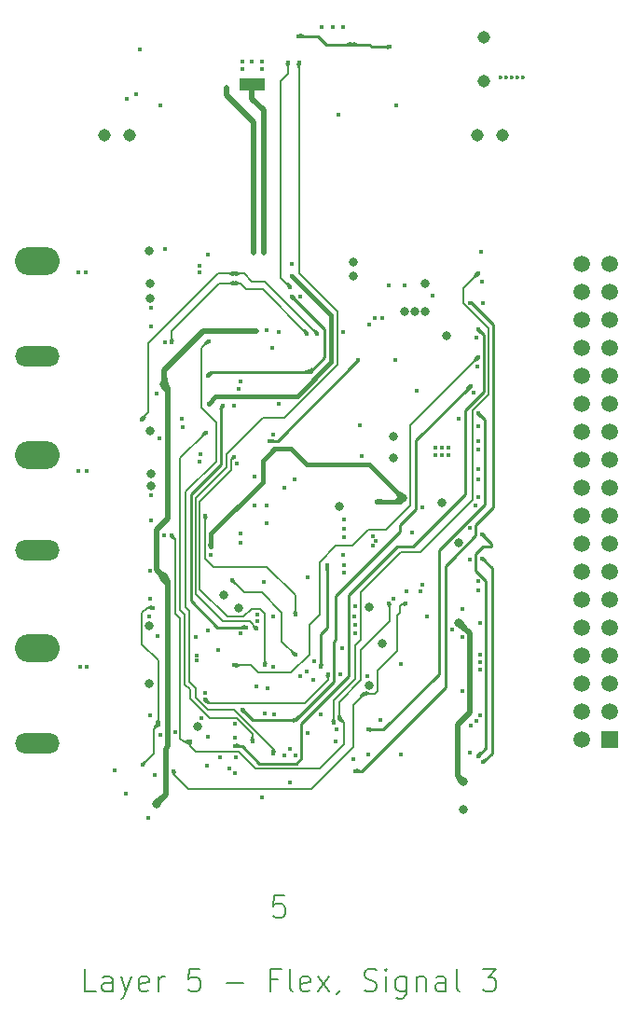
<source format=gbr>
%TF.GenerationSoftware,KiCad,Pcbnew,8.0.2*%
%TF.CreationDate,2024-10-13T20:55:13-05:00*%
%TF.ProjectId,PM1C_Rev_1_2,504d3143-5f52-4657-965f-315f322e6b69,1*%
%TF.SameCoordinates,PX297003ePY8770cd2*%
%TF.FileFunction,Copper,L5,Inr*%
%TF.FilePolarity,Positive*%
%FSLAX46Y46*%
G04 Gerber Fmt 4.6, Leading zero omitted, Abs format (unit mm)*
G04 Created by KiCad (PCBNEW 8.0.2) date 2024-10-13 20:55:13*
%MOMM*%
%LPD*%
G01*
G04 APERTURE LIST*
%TA.AperFunction,Conductor*%
%ADD10C,0.000000*%
%TD*%
%ADD11C,0.200000*%
%TA.AperFunction,NonConductor*%
%ADD12C,0.200000*%
%TD*%
%TA.AperFunction,ComponentPad*%
%ADD13O,4.064000X2.540000*%
%TD*%
%TA.AperFunction,ComponentPad*%
%ADD14O,4.064000X1.828800*%
%TD*%
%TA.AperFunction,ComponentPad*%
%ADD15R,1.500000X1.500000*%
%TD*%
%TA.AperFunction,ComponentPad*%
%ADD16C,1.500000*%
%TD*%
%TA.AperFunction,ComponentPad*%
%ADD17C,0.800000*%
%TD*%
%TA.AperFunction,ComponentPad*%
%ADD18C,1.143000*%
%TD*%
%TA.AperFunction,ComponentPad*%
%ADD19C,1.141748*%
%TD*%
%TA.AperFunction,ViaPad*%
%ADD20C,0.450000*%
%TD*%
%TA.AperFunction,ViaPad*%
%ADD21C,0.800000*%
%TD*%
%TA.AperFunction,ViaPad*%
%ADD22C,0.360000*%
%TD*%
%TA.AperFunction,Conductor*%
%ADD23C,0.254000*%
%TD*%
%TA.AperFunction,Conductor*%
%ADD24C,0.200000*%
%TD*%
%TA.AperFunction,Conductor*%
%ADD25C,0.150000*%
%TD*%
%TA.AperFunction,Conductor*%
%ADD26C,0.500000*%
%TD*%
%TA.AperFunction,Conductor*%
%ADD27C,0.250000*%
%TD*%
%TA.AperFunction,Conductor*%
%ADD28C,0.400000*%
%TD*%
%TA.AperFunction,Conductor*%
%ADD29C,0.450000*%
%TD*%
G04 APERTURE END LIST*
D10*
%TA.AperFunction,Conductor*%
%TO.N,GND*%
G36*
X33127200Y78059840D02*
G01*
X30877200Y78059840D01*
X30877200Y79209840D01*
X33127200Y79209840D01*
X33127200Y78059840D01*
G37*
%TD.AperFunction*%
D11*
D12*
X17793600Y-3696182D02*
X16841219Y-3696182D01*
X16841219Y-3696182D02*
X16841219Y-1696182D01*
X19317410Y-3696182D02*
X19317410Y-2648563D01*
X19317410Y-2648563D02*
X19222172Y-2458086D01*
X19222172Y-2458086D02*
X19031696Y-2362848D01*
X19031696Y-2362848D02*
X18650743Y-2362848D01*
X18650743Y-2362848D02*
X18460267Y-2458086D01*
X19317410Y-3600944D02*
X19126934Y-3696182D01*
X19126934Y-3696182D02*
X18650743Y-3696182D01*
X18650743Y-3696182D02*
X18460267Y-3600944D01*
X18460267Y-3600944D02*
X18365029Y-3410467D01*
X18365029Y-3410467D02*
X18365029Y-3219991D01*
X18365029Y-3219991D02*
X18460267Y-3029515D01*
X18460267Y-3029515D02*
X18650743Y-2934277D01*
X18650743Y-2934277D02*
X19126934Y-2934277D01*
X19126934Y-2934277D02*
X19317410Y-2839039D01*
X20079315Y-2362848D02*
X20555505Y-3696182D01*
X21031696Y-2362848D02*
X20555505Y-3696182D01*
X20555505Y-3696182D02*
X20365029Y-4172372D01*
X20365029Y-4172372D02*
X20269791Y-4267610D01*
X20269791Y-4267610D02*
X20079315Y-4362848D01*
X22555506Y-3600944D02*
X22365030Y-3696182D01*
X22365030Y-3696182D02*
X21984077Y-3696182D01*
X21984077Y-3696182D02*
X21793601Y-3600944D01*
X21793601Y-3600944D02*
X21698363Y-3410467D01*
X21698363Y-3410467D02*
X21698363Y-2648563D01*
X21698363Y-2648563D02*
X21793601Y-2458086D01*
X21793601Y-2458086D02*
X21984077Y-2362848D01*
X21984077Y-2362848D02*
X22365030Y-2362848D01*
X22365030Y-2362848D02*
X22555506Y-2458086D01*
X22555506Y-2458086D02*
X22650744Y-2648563D01*
X22650744Y-2648563D02*
X22650744Y-2839039D01*
X22650744Y-2839039D02*
X21698363Y-3029515D01*
X23507887Y-3696182D02*
X23507887Y-2362848D01*
X23507887Y-2743801D02*
X23603125Y-2553324D01*
X23603125Y-2553324D02*
X23698363Y-2458086D01*
X23698363Y-2458086D02*
X23888839Y-2362848D01*
X23888839Y-2362848D02*
X24079316Y-2362848D01*
X27222173Y-1696182D02*
X26269792Y-1696182D01*
X26269792Y-1696182D02*
X26174554Y-2648563D01*
X26174554Y-2648563D02*
X26269792Y-2553324D01*
X26269792Y-2553324D02*
X26460268Y-2458086D01*
X26460268Y-2458086D02*
X26936459Y-2458086D01*
X26936459Y-2458086D02*
X27126935Y-2553324D01*
X27126935Y-2553324D02*
X27222173Y-2648563D01*
X27222173Y-2648563D02*
X27317411Y-2839039D01*
X27317411Y-2839039D02*
X27317411Y-3315229D01*
X27317411Y-3315229D02*
X27222173Y-3505705D01*
X27222173Y-3505705D02*
X27126935Y-3600944D01*
X27126935Y-3600944D02*
X26936459Y-3696182D01*
X26936459Y-3696182D02*
X26460268Y-3696182D01*
X26460268Y-3696182D02*
X26269792Y-3600944D01*
X26269792Y-3600944D02*
X26174554Y-3505705D01*
X29698364Y-2934277D02*
X31222174Y-2934277D01*
X34365031Y-2648563D02*
X33698364Y-2648563D01*
X33698364Y-3696182D02*
X33698364Y-1696182D01*
X33698364Y-1696182D02*
X34650745Y-1696182D01*
X35698364Y-3696182D02*
X35507888Y-3600944D01*
X35507888Y-3600944D02*
X35412650Y-3410467D01*
X35412650Y-3410467D02*
X35412650Y-1696182D01*
X37222174Y-3600944D02*
X37031698Y-3696182D01*
X37031698Y-3696182D02*
X36650745Y-3696182D01*
X36650745Y-3696182D02*
X36460269Y-3600944D01*
X36460269Y-3600944D02*
X36365031Y-3410467D01*
X36365031Y-3410467D02*
X36365031Y-2648563D01*
X36365031Y-2648563D02*
X36460269Y-2458086D01*
X36460269Y-2458086D02*
X36650745Y-2362848D01*
X36650745Y-2362848D02*
X37031698Y-2362848D01*
X37031698Y-2362848D02*
X37222174Y-2458086D01*
X37222174Y-2458086D02*
X37317412Y-2648563D01*
X37317412Y-2648563D02*
X37317412Y-2839039D01*
X37317412Y-2839039D02*
X36365031Y-3029515D01*
X37984079Y-3696182D02*
X39031698Y-2362848D01*
X37984079Y-2362848D02*
X39031698Y-3696182D01*
X39888841Y-3600944D02*
X39888841Y-3696182D01*
X39888841Y-3696182D02*
X39793603Y-3886658D01*
X39793603Y-3886658D02*
X39698365Y-3981896D01*
X42174556Y-3600944D02*
X42460270Y-3696182D01*
X42460270Y-3696182D02*
X42936461Y-3696182D01*
X42936461Y-3696182D02*
X43126937Y-3600944D01*
X43126937Y-3600944D02*
X43222175Y-3505705D01*
X43222175Y-3505705D02*
X43317413Y-3315229D01*
X43317413Y-3315229D02*
X43317413Y-3124753D01*
X43317413Y-3124753D02*
X43222175Y-2934277D01*
X43222175Y-2934277D02*
X43126937Y-2839039D01*
X43126937Y-2839039D02*
X42936461Y-2743801D01*
X42936461Y-2743801D02*
X42555508Y-2648563D01*
X42555508Y-2648563D02*
X42365032Y-2553324D01*
X42365032Y-2553324D02*
X42269794Y-2458086D01*
X42269794Y-2458086D02*
X42174556Y-2267610D01*
X42174556Y-2267610D02*
X42174556Y-2077134D01*
X42174556Y-2077134D02*
X42269794Y-1886658D01*
X42269794Y-1886658D02*
X42365032Y-1791420D01*
X42365032Y-1791420D02*
X42555508Y-1696182D01*
X42555508Y-1696182D02*
X43031699Y-1696182D01*
X43031699Y-1696182D02*
X43317413Y-1791420D01*
X44174556Y-3696182D02*
X44174556Y-2362848D01*
X44174556Y-1696182D02*
X44079318Y-1791420D01*
X44079318Y-1791420D02*
X44174556Y-1886658D01*
X44174556Y-1886658D02*
X44269794Y-1791420D01*
X44269794Y-1791420D02*
X44174556Y-1696182D01*
X44174556Y-1696182D02*
X44174556Y-1886658D01*
X45984080Y-2362848D02*
X45984080Y-3981896D01*
X45984080Y-3981896D02*
X45888842Y-4172372D01*
X45888842Y-4172372D02*
X45793604Y-4267610D01*
X45793604Y-4267610D02*
X45603127Y-4362848D01*
X45603127Y-4362848D02*
X45317413Y-4362848D01*
X45317413Y-4362848D02*
X45126937Y-4267610D01*
X45984080Y-3600944D02*
X45793604Y-3696182D01*
X45793604Y-3696182D02*
X45412651Y-3696182D01*
X45412651Y-3696182D02*
X45222175Y-3600944D01*
X45222175Y-3600944D02*
X45126937Y-3505705D01*
X45126937Y-3505705D02*
X45031699Y-3315229D01*
X45031699Y-3315229D02*
X45031699Y-2743801D01*
X45031699Y-2743801D02*
X45126937Y-2553324D01*
X45126937Y-2553324D02*
X45222175Y-2458086D01*
X45222175Y-2458086D02*
X45412651Y-2362848D01*
X45412651Y-2362848D02*
X45793604Y-2362848D01*
X45793604Y-2362848D02*
X45984080Y-2458086D01*
X46936461Y-2362848D02*
X46936461Y-3696182D01*
X46936461Y-2553324D02*
X47031699Y-2458086D01*
X47031699Y-2458086D02*
X47222175Y-2362848D01*
X47222175Y-2362848D02*
X47507890Y-2362848D01*
X47507890Y-2362848D02*
X47698366Y-2458086D01*
X47698366Y-2458086D02*
X47793604Y-2648563D01*
X47793604Y-2648563D02*
X47793604Y-3696182D01*
X49603128Y-3696182D02*
X49603128Y-2648563D01*
X49603128Y-2648563D02*
X49507890Y-2458086D01*
X49507890Y-2458086D02*
X49317414Y-2362848D01*
X49317414Y-2362848D02*
X48936461Y-2362848D01*
X48936461Y-2362848D02*
X48745985Y-2458086D01*
X49603128Y-3600944D02*
X49412652Y-3696182D01*
X49412652Y-3696182D02*
X48936461Y-3696182D01*
X48936461Y-3696182D02*
X48745985Y-3600944D01*
X48745985Y-3600944D02*
X48650747Y-3410467D01*
X48650747Y-3410467D02*
X48650747Y-3219991D01*
X48650747Y-3219991D02*
X48745985Y-3029515D01*
X48745985Y-3029515D02*
X48936461Y-2934277D01*
X48936461Y-2934277D02*
X49412652Y-2934277D01*
X49412652Y-2934277D02*
X49603128Y-2839039D01*
X50841223Y-3696182D02*
X50650747Y-3600944D01*
X50650747Y-3600944D02*
X50555509Y-3410467D01*
X50555509Y-3410467D02*
X50555509Y-1696182D01*
X52936462Y-1696182D02*
X54174557Y-1696182D01*
X54174557Y-1696182D02*
X53507890Y-2458086D01*
X53507890Y-2458086D02*
X53793605Y-2458086D01*
X53793605Y-2458086D02*
X53984081Y-2553324D01*
X53984081Y-2553324D02*
X54079319Y-2648563D01*
X54079319Y-2648563D02*
X54174557Y-2839039D01*
X54174557Y-2839039D02*
X54174557Y-3315229D01*
X54174557Y-3315229D02*
X54079319Y-3505705D01*
X54079319Y-3505705D02*
X53984081Y-3600944D01*
X53984081Y-3600944D02*
X53793605Y-3696182D01*
X53793605Y-3696182D02*
X53222176Y-3696182D01*
X53222176Y-3696182D02*
X53031700Y-3600944D01*
X53031700Y-3600944D02*
X52936462Y-3505705D01*
D11*
D12*
X34960149Y4980162D02*
X34007768Y4980162D01*
X34007768Y4980162D02*
X33912530Y4027781D01*
X33912530Y4027781D02*
X34007768Y4123020D01*
X34007768Y4123020D02*
X34198244Y4218258D01*
X34198244Y4218258D02*
X34674435Y4218258D01*
X34674435Y4218258D02*
X34864911Y4123020D01*
X34864911Y4123020D02*
X34960149Y4027781D01*
X34960149Y4027781D02*
X35055387Y3837305D01*
X35055387Y3837305D02*
X35055387Y3361115D01*
X35055387Y3361115D02*
X34960149Y3170639D01*
X34960149Y3170639D02*
X34864911Y3075400D01*
X34864911Y3075400D02*
X34674435Y2980162D01*
X34674435Y2980162D02*
X34198244Y2980162D01*
X34198244Y2980162D02*
X34007768Y3075400D01*
X34007768Y3075400D02*
X33912530Y3170639D01*
%TD*%
D13*
%TO.N,Net-(BAT2-+)*%
%TO.C,BAT2*%
X12528200Y45005150D03*
D14*
%TO.N,Net-(BAT2--)*%
X12528200Y36362750D03*
%TD*%
D13*
%TO.N,Net-(BAT1-+)*%
%TO.C,BAT1*%
X12511180Y62601390D03*
D14*
%TO.N,Net-(BAT1--)*%
X12511180Y53958990D03*
%TD*%
D15*
%TO.N,/Test Points/RXCAN*%
%TO.C,H1*%
X64517200Y19142830D03*
D16*
%TO.N,3V3*%
X61977200Y19142830D03*
%TO.N,/Test Points/TXCAN*%
X64517200Y21682830D03*
%TO.N,GND*%
X61977200Y21682830D03*
%TO.N,/Test Points/SCK0*%
X64517200Y24222830D03*
%TO.N,TCK_CPLD*%
X61977200Y24222830D03*
%TO.N,/Test Points/MOSI0*%
X64517200Y26762830D03*
%TO.N,TDO_CPLD*%
X61977200Y26762830D03*
%TO.N,/Test Points/MISO0*%
X64517200Y29302830D03*
%TO.N,TDI_CPLD*%
X61977200Y29302830D03*
%TO.N,/Test Points/SCK1*%
X64517200Y31842830D03*
%TO.N,TMS_CPLD*%
X61977200Y31842830D03*
%TO.N,/Test Points/MOSI1*%
X64517200Y34382830D03*
%TO.N,/Test Points/TXD0*%
X61977200Y34382830D03*
%TO.N,/Test Points/MISO1*%
X64517200Y36922830D03*
%TO.N,/Test Points/RXD0*%
X61977200Y36922830D03*
%TO.N,GND*%
X64517200Y39462830D03*
X61977200Y39462830D03*
%TO.N,/I2C Multiplexing/SCLOCK*%
X64517200Y42002830D03*
%TO.N,nRESET*%
X61977200Y42002830D03*
%TO.N,/I2C Multiplexing/SDATA*%
X64517200Y44542830D03*
%TO.N,nDRESET*%
X61977200Y44542830D03*
%TO.N,VSYS*%
X64517200Y47082830D03*
%TO.N,nBOOT*%
X61977200Y47082830D03*
%TO.N,VSUPPLY*%
X64517200Y49622830D03*
%TO.N,/Microcontroller/nTRST_LPC*%
X61977200Y49622830D03*
%TO.N,VNET*%
X64517200Y52162830D03*
%TO.N,/Microcontroller/TCK_LPC*%
X61977200Y52162830D03*
%TO.N,n3V3*%
X64517200Y54702830D03*
%TO.N,/Microcontroller/TMS_LPC*%
X61977200Y54702830D03*
%TO.N,1V8*%
X64517200Y57242830D03*
%TO.N,/Microcontroller/TDO_LPC*%
X61977200Y57242830D03*
%TO.N,VREC*%
X64517200Y59782830D03*
%TO.N,/Microcontroller/TDI_LPC*%
X61977200Y59782830D03*
%TO.N,GND*%
X64517200Y62322830D03*
%TO.N,/Microcontroller/RTCK_LPC*%
X61977200Y62322830D03*
%TD*%
D13*
%TO.N,Net-(BAT3-+)*%
%TO.C,BAT3*%
X12528200Y27428350D03*
D14*
%TO.N,Net-(BAT3--)*%
X12528200Y18785950D03*
%TD*%
D17*
%TO.N,Net-(U1-IN+)*%
%TO.C,RV1*%
X41234900Y61265290D03*
%TO.N,GND*%
X41234900Y62535290D03*
%TD*%
D18*
%TO.N,BUSA*%
%TO.C,J1*%
X54749600Y74029700D03*
%TO.N,BUSB*%
X52459600Y74029700D03*
X20859600Y74029700D03*
D19*
%TO.N,BUSA*%
X18572137Y74027305D03*
D18*
%TO.N,RADANT*%
X53039600Y78929700D03*
%TO.N,ENCL*%
X53034600Y82929700D03*
%TD*%
D20*
%TO.N,nRESET*%
X46952200Y50815350D03*
X40177200Y27415350D03*
X29977200Y16540350D03*
X44827200Y31944700D03*
X52527200Y41150350D03*
%TO.N,/Microcontroller/LOAD_AN*%
X33927200Y25761340D03*
%TO.N,VNET*%
X41777200Y47665350D03*
X52427200Y53009840D03*
X41640860Y53565360D03*
X33537200Y46240350D03*
X47877200Y30340350D03*
%TO.N,/Microcontroller/RTCK_LPC*%
X52527200Y61470350D03*
X39400000Y20640350D03*
%TO.N,/CPLD/DISCHG*%
X35852200Y42790350D03*
X34927200Y17740350D03*
%TO.N,/Battery 1 Conditioning/nSHDNBT1*%
X27806530Y47015350D03*
X32045000Y19005000D03*
%TO.N,/Test Points/TXD0*%
X39630000Y18935000D03*
X52527200Y33530350D03*
%TO.N,Net-(U46-VDDA_(1V8))*%
X42527200Y17815470D03*
D21*
X39902200Y40315350D03*
D20*
X27999325Y19403922D03*
X28927200Y27315350D03*
%TO.N,/Battery 3 Conditioning/nSHDNCHG3*%
X27766538Y22786437D03*
X38902200Y25065350D03*
%TO.N,TMS_CPLD*%
X40327200Y39090350D03*
X51107200Y30990350D03*
%TO.N,/I2C Multiplexing/SCLOCK*%
X24677400Y37688350D03*
X43827200Y57390350D03*
X26349570Y18949794D03*
X37002200Y55990350D03*
X39931210Y21065350D03*
X44429600Y31484700D03*
X52527200Y42809840D03*
X20624600Y77304700D03*
X30402200Y60565350D03*
X24704570Y55179794D03*
%TO.N,/I2C Multiplexing/SDATA*%
X24877200Y16290350D03*
X30402200Y61440350D03*
X52527200Y45509840D03*
X42193426Y23331574D03*
X21449600Y77754700D03*
X43127200Y57390350D03*
X23489570Y20539794D03*
X21984570Y48219794D03*
X23024570Y31119794D03*
X22024570Y16849794D03*
X45944600Y31504700D03*
X37902200Y55976780D03*
%TO.N,TDO_CPLD*%
X52727200Y26159840D03*
X30927200Y37040350D03*
%TO.N,3V3*%
X22577200Y12000350D03*
X21827200Y81759840D03*
X22834570Y58309794D03*
X32164700Y63325350D03*
X22834570Y41359794D03*
X36402200Y59340350D03*
X41227200Y17390350D03*
X44427200Y60390350D03*
X45477200Y25975350D03*
X40309570Y34957030D03*
X27909570Y16749794D03*
X32465000Y29865000D03*
X27975060Y29088210D03*
X22659570Y30334794D03*
X22724570Y34488232D03*
X41977200Y44915350D03*
X42602200Y56840350D03*
D21*
X49277200Y40615350D03*
D20*
X29695000Y78290350D03*
X30977200Y28825350D03*
X25577200Y48290350D03*
X51817200Y18000350D03*
X28277200Y35940350D03*
X23709570Y19569794D03*
X23344570Y50559794D03*
X45552200Y17790350D03*
X27975060Y63140350D03*
X33818160Y54740350D03*
%TO.N,TDI_CPLD*%
X51107200Y28450350D03*
X40317890Y34290350D03*
%TO.N,/Microcontroller/TCK_LPC*%
X35927200Y20915350D03*
X31152200Y21815350D03*
X51827200Y51259840D03*
%TO.N,TCK_CPLD*%
X51077200Y23559840D03*
X33352200Y38765350D03*
%TO.N,/Microcontroller/THRM*%
X36402200Y24865350D03*
%TO.N,nBOOT*%
X52527200Y46230350D03*
X33177200Y25890350D03*
X30377200Y44840350D03*
%TO.N,/Battery 1 Conditioning/nSHDNCHG1*%
X33927200Y17915350D03*
X28045000Y55340350D03*
%TO.N,/Microcontroller/TMS_LPC*%
X52527200Y53850350D03*
X30402200Y25890350D03*
%TO.N,/Microcontroller/nTRST_LPC*%
X42527080Y20065350D03*
X52527200Y48770350D03*
%TO.N,/Microcontroller/TDO_LPC*%
X52527200Y56390350D03*
X30452200Y18565350D03*
%TO.N,/Microcontroller/nCSRAM*%
X37027200Y19725350D03*
%TO.N,/Test Points/SCK1*%
X29377200Y49459840D03*
X31500000Y29340350D03*
X52577200Y32709840D03*
X39302330Y83865190D03*
%TO.N,/Test Points/MISO0*%
X42453425Y24941575D03*
X52677200Y29709840D03*
X37577200Y24565350D03*
%TO.N,/Battery 2 Conditioning/nSHDNCHG2*%
X35927200Y30465350D03*
X27752200Y39475000D03*
%TO.N,/Battery 3 Conditioning/nSHDNBT3*%
X37602200Y26300350D03*
%TO.N,RADINT0*%
X32430000Y29235000D03*
X36247130Y80590190D03*
%TO.N,/Microcontroller/nCSFLA*%
X36972210Y25366190D03*
%TO.N,/Battery 2 Conditioning/nSHDNBT2*%
X30180000Y33630000D03*
X35927200Y26840350D03*
%TO.N,/Microcontroller/SSEL1*%
X29077200Y17540350D03*
%TO.N,/Microcontroller/ACCINT*%
X32450000Y30510000D03*
X23699600Y76739700D03*
%TO.N,/Microcontroller/TDI_LPC*%
X30452200Y20565350D03*
X51817039Y58797263D03*
X41352200Y16290350D03*
%TO.N,nCSRAD*%
X35247130Y80590190D03*
X35477200Y60209840D03*
X41352200Y29565350D03*
%TO.N,/Microcontroller/PWMBT*%
X33927200Y46840350D03*
X41352200Y28840350D03*
%TO.N,/Battery 1 Conditioning/SDATA1*%
X22827200Y56634794D03*
%TO.N,/Battery 1 Conditioning/SCLOCK1*%
X24099570Y55194794D03*
%TO.N,/Battery 2 Conditioning/SDATA2*%
X22827200Y39064794D03*
%TO.N,/Battery 2 Conditioning/SCLOCK2*%
X23994570Y37674794D03*
%TO.N,/CPLD/SCKSEL3*%
X30927200Y37865350D03*
X27429570Y21069465D03*
%TO.N,/Battery 3 Conditioning/SDATA3*%
X22750670Y21313294D03*
%TO.N,/Battery 3 Conditioning/SCLOCK3*%
X24989570Y19849794D03*
%TO.N,Net-(C10-Pad1)*%
X43330000Y40775000D03*
X28252200Y36665350D03*
D21*
X45702200Y41040350D03*
D20*
X41352200Y31215350D03*
X34077200Y45540350D03*
%TO.N,/CPLD/nPHB*%
X40327200Y38290350D03*
X30927200Y51640350D03*
%TO.N,/CPLD/CKCPLD*%
X26853775Y28463775D03*
X37052200Y33840350D03*
%TO.N,/Battery 3 Conditioning/DISCHG3*%
X20577200Y14200350D03*
X30577200Y44190430D03*
%TO.N,/CPLD/SNSEN*%
X40327200Y37490350D03*
X40302200Y56105350D03*
%TO.N,/Battery 1 Conditioning/DISCHG1*%
X25727200Y47515350D03*
%TO.N,/CPLD/nSENSE*%
X30777200Y50940350D03*
X40277200Y35890350D03*
%TO.N,/Battery 2 Conditioning/DISCHG2*%
X32252120Y43015430D03*
X22777200Y31913230D03*
%TO.N,/Test Points/SCK0*%
X52727200Y25509840D03*
X38227200Y21440350D03*
%TO.N,/Test Points/MISO1*%
X38302330Y83865240D03*
X34025000Y21417350D03*
X52527200Y17650350D03*
X52904570Y37774794D03*
%TO.N,/Test Points/RXCAN*%
X51825000Y20380000D03*
X35427120Y18315350D03*
%TO.N,/Test Points/RXD0*%
X51754570Y35489794D03*
X39677200Y20065350D03*
%TO.N,/Test Points/MOSI0*%
X39977200Y25065350D03*
X52727200Y26809840D03*
%TO.N,n3V3*%
X52377200Y55609840D03*
X27985330Y52190350D03*
X35627200Y59340350D03*
X37277200Y52540350D03*
D21*
%TO.N,Net-(D6-C)*%
X42602200Y24065350D03*
%TO.N,Net-(D2-C)*%
X43852200Y27865350D03*
%TO.N,Net-(D10-A)*%
X49702200Y55815350D03*
%TO.N,Net-(U20-VIN)*%
X47727200Y60540350D03*
D20*
X45827200Y60390350D03*
X48427200Y59440350D03*
%TO.N,Net-(U38-~{CTL})*%
X19502200Y16385000D03*
%TO.N,/Battery 3 Conditioning/VBT3*%
X26938046Y26776872D03*
X26934570Y26329796D03*
X16974570Y25724794D03*
X16379570Y25719794D03*
X23144570Y15904794D03*
D21*
%TO.N,VSYS*%
X23302200Y13300350D03*
X51177200Y12800350D03*
D20*
X32388183Y23996704D03*
D21*
X24052400Y33813230D03*
D20*
X32352200Y56215350D03*
X52560000Y47625000D03*
X41304600Y30334700D03*
X32227200Y40390350D03*
D21*
X24052400Y51390230D03*
D20*
%TO.N,/Battery 2 Conditioning/VBT2*%
X27252320Y44334794D03*
X16954570Y43499794D03*
X27277320Y45019794D03*
X16199570Y43499794D03*
%TO.N,/Battery 1 Conditioning/VBT1*%
X16259570Y61549794D03*
X27227200Y61544794D03*
X16909570Y61549794D03*
X27217200Y62196550D03*
D21*
%TO.N,Net-(U19-FB)*%
X44877200Y44740350D03*
%TO.N,Net-(U19-SW)*%
X44852200Y46690350D03*
D20*
%TO.N,Net-(U40-G1)*%
X30515000Y17565000D03*
X33433420Y23804794D03*
%TO.N,Net-(U32-G1)*%
X33077200Y33465350D03*
X33302200Y40390350D03*
%TO.N,Net-(U24-G1)*%
X33328425Y56291575D03*
X30327200Y49459840D03*
%TO.N,/Test Points/TXCAN*%
X35917890Y17740350D03*
X52727200Y21309840D03*
%TO.N,/Test Points/MOSI1*%
X52914570Y35609794D03*
X40302200Y83865350D03*
X52969570Y17079794D03*
X34902200Y42040350D03*
X33132729Y21513509D03*
%TO.N,Net-(D2-A)*%
X50164700Y29127850D03*
%TO.N,GND*%
X52277200Y40409840D03*
X52804570Y63384794D03*
D21*
X45827200Y58040350D03*
D20*
X31993160Y78290350D03*
D21*
X42614600Y31149700D03*
D20*
X23377200Y28507030D03*
D21*
X22719570Y60579794D03*
D20*
X48629190Y44991140D03*
X33052200Y63300350D03*
D21*
X22827200Y43234794D03*
D20*
X49854190Y44991140D03*
X48627200Y45662140D03*
X52377380Y20814039D03*
X49252200Y45662140D03*
X31093160Y78290350D03*
X49852200Y45662140D03*
X49254190Y44991140D03*
D21*
X46777200Y58040350D03*
D20*
X24079570Y63649794D03*
D21*
X30765000Y31080000D03*
D20*
X31093160Y78990350D03*
D21*
X47727200Y58040350D03*
D20*
X51817200Y38335350D03*
X32893160Y78290350D03*
D21*
X27084570Y20369794D03*
D20*
X32893160Y78990350D03*
X23569570Y46504794D03*
D22*
%TO.N,COMRF*%
X56577450Y79240470D03*
X55077450Y79240470D03*
D20*
X32893160Y80690350D03*
D22*
X55577450Y79240470D03*
X56077450Y79240470D03*
X54577450Y79240470D03*
D20*
X31093160Y80690350D03*
X32893160Y79990350D03*
X31993160Y80690350D03*
X31093160Y79990350D03*
D21*
%TO.N,Net-(BAT1--)*%
X22719570Y59179794D03*
D20*
%TO.N,BUSB*%
X35602200Y61240350D03*
X28036510Y49655350D03*
%TO.N,BUSA*%
X35602200Y62365350D03*
X34437200Y49650350D03*
X34437200Y56109840D03*
D21*
%TO.N,Net-(BAT2--)*%
X22827200Y42134759D03*
D20*
%TO.N,3V3RF*%
X39852200Y75900350D03*
X45052200Y76750350D03*
X41077200Y82240350D03*
X36240000Y83025000D03*
X44477200Y82040350D03*
%TO.N,1V8*%
X45015510Y53640350D03*
X52964570Y58734794D03*
%TO.N,/Thermister & Digital Peripheral System/3V3MEM*%
X38827200Y34957030D03*
X38242210Y25711360D03*
%TO.N,Net-(U16-MODE)*%
X47505000Y33220000D03*
X46565000Y37980000D03*
%TO.N,Net-(U16-VOUT)*%
X47454200Y40265350D03*
X42958200Y37590350D03*
X42958200Y36740350D03*
X43258200Y37165350D03*
D21*
%TO.N,Net-(BAT3--)*%
X22689570Y24189794D03*
%TO.N,Net-(BAT3-+)*%
X22674570Y29459794D03*
%TO.N,Net-(BAT1-+)*%
X22634570Y63549794D03*
%TO.N,Net-(BAT2-+)*%
X22774570Y47134794D03*
D20*
%TO.N,Net-(U16-SW1)*%
X47252200Y32590350D03*
%TO.N,Net-(U16-SW2)*%
X46002200Y32590350D03*
%TO.N,nDRESET*%
X52527200Y43690350D03*
X30452200Y19315450D03*
X30427200Y16109840D03*
D21*
%TO.N,VREC*%
X50795000Y29735000D03*
X51177200Y15325350D03*
D20*
X52874570Y60729794D03*
X32877200Y13900350D03*
D21*
%TO.N,VSUPPLY*%
X29405000Y32305000D03*
D20*
X52127200Y50609840D03*
D21*
X50749000Y37040350D03*
D20*
X50727200Y48259840D03*
%TO.N,Net-(U46-VDDA_(3V3))*%
X43677200Y20965350D03*
X33927200Y30290350D03*
X35427120Y15265350D03*
X27725000Y23385000D03*
%TD*%
D23*
%TO.N,VNET*%
X33537200Y46240350D02*
X34315850Y46240350D01*
X34315850Y46240350D02*
X41640860Y53565360D01*
D24*
%TO.N,/Microcontroller/RTCK_LPC*%
X41894600Y28192212D02*
X41894600Y32534700D01*
X53477200Y56465350D02*
X51199570Y58742980D01*
X52027200Y40895350D02*
X52027200Y49059840D01*
X51199570Y58742980D02*
X51199570Y60142720D01*
X41894600Y32534700D02*
X45514600Y36154700D01*
X47286550Y36154700D02*
X52027200Y40895350D01*
X51199570Y60142720D02*
X52527200Y61470350D01*
X41359570Y27657182D02*
X41894600Y28192212D01*
X53477200Y50509840D02*
X53477200Y56465350D01*
X39400000Y20640350D02*
X39400000Y22723150D01*
X52027200Y49059840D02*
X53477200Y50509840D01*
X41359570Y24682720D02*
X41359570Y27657182D01*
X45514600Y36154700D02*
X47286550Y36154700D01*
X39400000Y22723150D02*
X41359570Y24682720D01*
%TO.N,/Battery 1 Conditioning/nSHDNBT1*%
X30656200Y21061350D02*
X28168014Y21061350D01*
X32045000Y19672550D02*
X30656200Y21061350D01*
X25489570Y30874794D02*
X25489570Y44698390D01*
X25489570Y44698390D02*
X27806530Y47015350D01*
X25889570Y24164794D02*
X25889570Y30474794D01*
X32045000Y19005000D02*
X32045000Y19672550D01*
X26369570Y23684794D02*
X25889570Y24164794D01*
X28168014Y21061350D02*
X26369570Y22859794D01*
X25889570Y30474794D02*
X25489570Y30874794D01*
X26369570Y22859794D02*
X26369570Y23684794D01*
%TO.N,/Battery 3 Conditioning/nSHDNCHG3*%
X36767200Y22415350D02*
X38902200Y24550350D01*
X38902200Y24550350D02*
X38902200Y25065350D01*
X28137625Y22415350D02*
X36767200Y22415350D01*
X27766538Y22786437D02*
X28137625Y22415350D01*
%TO.N,/I2C Multiplexing/SCLOCK*%
X39931210Y22541310D02*
X41915000Y24525100D01*
X26349570Y18949794D02*
X26349570Y18564794D01*
X29035126Y60565350D02*
X30402200Y60565350D01*
X38115126Y16500350D02*
X40334570Y18719794D01*
X26349570Y18564794D02*
X26874014Y18040350D01*
X30777200Y18040350D02*
X32317200Y16500350D01*
X25464570Y19254794D02*
X25464570Y30129794D01*
X30402200Y60565350D02*
X30952200Y60565350D01*
X41915000Y24525100D02*
X41915000Y27280100D01*
X44429600Y31484700D02*
X44419600Y31484700D01*
X24704570Y55179794D02*
X24704570Y56234794D01*
X40334570Y20661990D02*
X39931210Y21065350D01*
X32952200Y60040350D02*
X37002200Y55990350D01*
X25004570Y30589794D02*
X25004570Y37361180D01*
X44534600Y31379700D02*
X44429600Y31484700D01*
X44524600Y31369700D02*
X44534600Y31379700D01*
X24704570Y56234794D02*
X29035126Y60565350D01*
X41915000Y27280100D02*
X44524600Y29889700D01*
X25769570Y18949794D02*
X25464570Y19254794D01*
X32317200Y16500350D02*
X38115126Y16500350D01*
X26349570Y18949794D02*
X25769570Y18949794D01*
X25004570Y37361180D02*
X24677400Y37688350D01*
X44524600Y29889700D02*
X44524600Y31369700D01*
X39931210Y21065350D02*
X39931210Y22541310D01*
X31477200Y60040350D02*
X32952200Y60040350D01*
X40334570Y18719794D02*
X40334570Y20661990D01*
X30952200Y60565350D02*
X31477200Y60040350D01*
X26874014Y18040350D02*
X30777200Y18040350D01*
X25464570Y30129794D02*
X25004570Y30589794D01*
%TO.N,/I2C Multiplexing/SDATA*%
X21984570Y48219794D02*
X22594570Y48829794D01*
X23494570Y20544794D02*
X23489570Y20539794D01*
X30402200Y61440350D02*
X31252200Y61440350D01*
X22464570Y31119794D02*
X22004570Y30659794D01*
X43364600Y25419700D02*
X45149600Y27204700D01*
X22594570Y55104794D02*
X28930126Y61440350D01*
X24877200Y15977164D02*
X24877200Y16290350D01*
X31252200Y61440350D02*
X31952200Y60740350D01*
X31952200Y60740350D02*
X33138630Y60740350D01*
X45149600Y30364700D02*
X45444600Y30659700D01*
D25*
X22819570Y17658418D02*
X22819570Y17644794D01*
D24*
X22004570Y30659794D02*
X22004570Y27814794D01*
X43364600Y23569700D02*
X43364600Y25419700D01*
X45444600Y31259700D02*
X45689600Y31504700D01*
X33138630Y60740350D02*
X37902200Y55976780D01*
X37361690Y14659840D02*
X26194524Y14659840D01*
X22819570Y17644794D02*
X22024570Y16849794D01*
X23039570Y17878418D02*
X22819570Y17658418D01*
X41168550Y22306698D02*
X41168550Y18466700D01*
X22004570Y27814794D02*
X23494570Y26324794D01*
X26194524Y14659840D02*
X24877200Y15977164D01*
X45444600Y30659700D02*
X45444600Y31259700D01*
X43126474Y23331574D02*
X43364600Y23569700D01*
X23024570Y31119794D02*
X22464570Y31119794D01*
X28930126Y61440350D02*
X30402200Y61440350D01*
X22594570Y48829794D02*
X22594570Y55104794D01*
X23489570Y20539794D02*
X23039570Y20089794D01*
X23039570Y20089794D02*
X23039570Y17878418D01*
X45149600Y27204700D02*
X45149600Y30364700D01*
X23494570Y26324794D02*
X23494570Y20544794D01*
X42193426Y23331574D02*
X43126474Y23331574D01*
X42193426Y23331574D02*
X41168550Y22306698D01*
X45689600Y31504700D02*
X45944600Y31504700D01*
X41168550Y18466700D02*
X37361690Y14659840D01*
D26*
%TO.N,3V3*%
X32164700Y63325350D02*
X32164700Y75172340D01*
X29695000Y77642040D02*
X29695000Y78290350D01*
X29695000Y77642040D02*
X32164700Y75172340D01*
D23*
%TO.N,/Microcontroller/TCK_LPC*%
X39614600Y28224700D02*
X39614600Y32224700D01*
X31152200Y21815350D02*
X32052200Y20915350D01*
X39614600Y32224700D02*
X45427200Y38037300D01*
X45427200Y38625350D02*
X46852200Y40050350D01*
X35927200Y20915350D02*
X39430000Y24418150D01*
X45427200Y38037300D02*
X45427200Y38625350D01*
D27*
X46852200Y46284840D02*
X51827200Y51259840D01*
D23*
X39430000Y24418150D02*
X39430000Y28040100D01*
D27*
X46852200Y45635350D02*
X46852200Y46284840D01*
D23*
X39430000Y28040100D02*
X39614600Y28224700D01*
X46852200Y40050350D02*
X46852200Y45635350D01*
X32052200Y20915350D02*
X35927200Y20915350D01*
D24*
%TO.N,nBOOT*%
X33177200Y25890350D02*
X33177200Y30590350D01*
X32727200Y31040350D02*
X31977200Y31040350D01*
X31977200Y31040350D02*
X31227200Y30290350D01*
X31227200Y30290350D02*
X29727200Y30290350D01*
X27260000Y32757550D02*
X27260000Y40765224D01*
X27260000Y40765224D02*
X30102200Y43607424D01*
X30102200Y44565350D02*
X30377200Y44840350D01*
X30102200Y43607424D02*
X30102200Y44565350D01*
X33177200Y30590350D02*
X32727200Y31040350D01*
X29727200Y30290350D02*
X27260000Y32757550D01*
%TO.N,/Battery 1 Conditioning/nSHDNCHG1*%
X25975200Y31174164D02*
X26309570Y30839794D01*
X25975200Y41655424D02*
X25975200Y31174164D01*
X28714570Y47934794D02*
X28714570Y44394794D01*
X28005873Y21875350D02*
X30377200Y21875350D01*
X30377200Y21875350D02*
X33927200Y18325350D01*
X26904570Y22976653D02*
X28005873Y21875350D01*
X26309570Y30839794D02*
X26309570Y24424794D01*
X26904570Y23829794D02*
X26904570Y22976653D01*
X28045000Y55340350D02*
X27377200Y54672550D01*
X27377200Y54672550D02*
X27377200Y49272164D01*
X27377200Y49272164D02*
X28714570Y47934794D01*
X28714570Y44394794D02*
X25975200Y41655424D01*
X33927200Y18325350D02*
X33927200Y17915350D01*
X26309570Y24424794D02*
X26904570Y23829794D01*
%TO.N,/Microcontroller/TMS_LPC*%
X46377200Y40375350D02*
X46377200Y47700350D01*
X38119600Y35249700D02*
X39614600Y36744700D01*
X42564600Y38159700D02*
X44161550Y38159700D01*
X39614600Y36744700D02*
X41149600Y36744700D01*
X38119600Y30464700D02*
X38119600Y35249700D01*
X44161550Y38159700D02*
X46377200Y40375350D01*
X46377200Y47700350D02*
X52527200Y53850350D01*
X41149600Y36744700D02*
X42564600Y38159700D01*
X30402200Y25890350D02*
X31873950Y25890350D01*
X32529600Y25234700D02*
X35554600Y25234700D01*
X37202200Y29547300D02*
X38119600Y30464700D01*
X35554600Y25234700D02*
X37202200Y26882300D01*
X31873950Y25890350D02*
X32529600Y25234700D01*
X37202200Y26882300D02*
X37202200Y29547300D01*
D23*
%TO.N,/Microcontroller/nTRST_LPC*%
X42527080Y20065350D02*
X43917200Y20065350D01*
X48952200Y36334840D02*
X53102200Y40484840D01*
X52527200Y48770350D02*
X53102200Y48195350D01*
X48952200Y25100350D02*
X48952200Y36334840D01*
X43917200Y20065350D02*
X48952200Y25100350D01*
X53102200Y40484840D02*
X53102200Y48195350D01*
%TO.N,/Microcontroller/TDO_LPC*%
X31087200Y18565350D02*
X32687200Y16965350D01*
X40765000Y24913150D02*
X40765000Y32260100D01*
X53050000Y55867550D02*
X52527200Y56390350D01*
X51327200Y41403550D02*
X51327200Y49032200D01*
X36460000Y17433150D02*
X36460000Y20608150D01*
X30452200Y18565350D02*
X31087200Y18565350D01*
X53050000Y50755000D02*
X53050000Y55867550D01*
X32687200Y16965350D02*
X35992200Y16965350D01*
X51327200Y49032200D02*
X53050000Y50755000D01*
X40765000Y32260100D02*
X45208450Y36703550D01*
X35992200Y16965350D02*
X36460000Y17433150D01*
X45208450Y36703550D02*
X46627200Y36703550D01*
X36460000Y20608150D02*
X40765000Y24913150D01*
X46627200Y36703550D02*
X51327200Y41403550D01*
%TO.N,/Test Points/SCK1*%
X26444570Y31747780D02*
X26444570Y41409794D01*
X29154570Y49237210D02*
X29377200Y49459840D01*
X29154570Y44119794D02*
X29154570Y49237210D01*
X26444570Y41409794D02*
X29154570Y44119794D01*
X31500000Y29340350D02*
X28852000Y29340350D01*
X28852000Y29340350D02*
X26444570Y31747780D01*
D24*
%TO.N,/Battery 2 Conditioning/nSHDNCHG2*%
X27752200Y39475000D02*
X27752200Y35565350D01*
X33327200Y34840350D02*
X35927200Y32240350D01*
X27752200Y35565350D02*
X28477200Y34840350D01*
X35927200Y32240350D02*
X35927200Y30465350D01*
X28477200Y34840350D02*
X33327200Y34840350D01*
%TO.N,RADINT0*%
X39777200Y53209840D02*
X39777200Y57975350D01*
X26877200Y41082424D02*
X29644570Y43849794D01*
X34907700Y48340350D02*
X39777200Y53209840D01*
X39777200Y57975350D02*
X36247130Y61505420D01*
X32430000Y29235000D02*
X32394364Y29235000D01*
X26877200Y32315350D02*
X26877200Y41082424D01*
X36247130Y61505420D02*
X36247130Y80590190D01*
X29327200Y29865350D02*
X26877200Y32315350D01*
X29644570Y43849794D02*
X29644570Y45019794D01*
X32394364Y29235000D02*
X31764014Y29865350D01*
X31764014Y29865350D02*
X29327200Y29865350D01*
X29644570Y45019794D02*
X32965126Y48340350D01*
X32965126Y48340350D02*
X34907700Y48340350D01*
%TO.N,/Battery 2 Conditioning/nSHDNBT2*%
X34699570Y28067980D02*
X35927200Y26840350D01*
X31294364Y32500000D02*
X32864364Y32500000D01*
X32864364Y32500000D02*
X34699570Y30664794D01*
X30180000Y33630000D02*
X30180000Y33614364D01*
X34699570Y30664794D02*
X34699570Y28067980D01*
X30180000Y33614364D02*
X31294364Y32500000D01*
D23*
%TO.N,/Microcontroller/TDI_LPC*%
X52319200Y38609424D02*
X52319200Y37653127D01*
X49577200Y34912424D02*
X49577200Y23875350D01*
X51817039Y58797263D02*
X51957101Y58797263D01*
X49577200Y23875350D02*
X41992200Y16290350D01*
X51957101Y58797263D02*
X53927200Y56827164D01*
X50139570Y35474794D02*
X49577200Y34912424D01*
X41992200Y16290350D02*
X41352200Y16290350D01*
X52319200Y37653127D02*
X50140867Y35474794D01*
X53927200Y40217424D02*
X52319200Y38609424D01*
X53927200Y56827164D02*
X53927200Y40217424D01*
X50140867Y35474794D02*
X50139570Y35474794D01*
D24*
%TO.N,nCSRAD*%
X34617200Y61069840D02*
X35477200Y60209840D01*
X34617200Y78940490D02*
X35247130Y79570420D01*
X35247130Y79570420D02*
X35247130Y80590190D01*
X34617200Y61069840D02*
X34617200Y78940490D01*
D28*
%TO.N,Net-(C10-Pad1)*%
X43330000Y40775000D02*
X45436850Y40775000D01*
X35539220Y45540350D02*
X36931730Y44147840D01*
X28252200Y36665350D02*
X28252200Y37815350D01*
X32977200Y44440350D02*
X34077200Y45540350D01*
X42594710Y44147840D02*
X45702200Y41040350D01*
X34077200Y45540350D02*
X35539220Y45540350D01*
X32977200Y42540350D02*
X32977200Y44440350D01*
X28252200Y37815350D02*
X32977200Y42540350D01*
X36931730Y44147840D02*
X42594710Y44147840D01*
X45436850Y40775000D02*
X45702200Y41040350D01*
D23*
%TO.N,/Test Points/MISO1*%
X53229200Y33538286D02*
X52289570Y34477916D01*
X52950126Y36650350D02*
X53727200Y36650350D01*
X52289570Y35989794D02*
X52950126Y36650350D01*
D27*
X53727200Y36650350D02*
X53727200Y36952164D01*
D23*
X52527200Y17650350D02*
X53229200Y18352350D01*
X52289570Y34477916D02*
X52289570Y35989794D01*
D27*
X53727200Y36952164D02*
X52904570Y37774794D01*
D23*
X53229200Y18352350D02*
X53229200Y33538286D01*
%TO.N,n3V3*%
X27985330Y52190350D02*
X28335330Y52540350D01*
X28335330Y52540350D02*
X37277200Y52540350D01*
X35627200Y59340350D02*
X38577200Y56390350D01*
X38577200Y53840350D02*
X38577200Y56390350D01*
X37277200Y52540350D02*
X38577200Y53840350D01*
D26*
%TO.N,VSYS*%
X24344570Y33521060D02*
X24052400Y33813230D01*
D24*
X24315000Y49035000D02*
X24340000Y49060000D01*
D26*
X24339570Y39204794D02*
X24339570Y49010430D01*
X24340000Y49060000D02*
X24340000Y51102630D01*
X24154570Y14152720D02*
X24154570Y18321666D01*
X23349570Y34516060D02*
X23349570Y38214794D01*
X24052400Y51390230D02*
X24052400Y52715550D01*
X23349570Y38214794D02*
X24339570Y39204794D01*
X24344570Y18511666D02*
X24344570Y33521060D01*
X24052400Y33813230D02*
X23349570Y34516060D01*
X27552200Y56215350D02*
X32352200Y56215350D01*
X23302200Y13300350D02*
X24154570Y14152720D01*
X24052400Y52715550D02*
X27552200Y56215350D01*
X24340000Y51102630D02*
X24052400Y51390230D01*
X24154570Y18321666D02*
X24344570Y18511666D01*
D23*
%TO.N,/Test Points/MOSI1*%
X52969570Y17079794D02*
X53777200Y17887424D01*
X53777200Y34747164D02*
X52914570Y35609794D01*
X53777200Y17887424D02*
X53777200Y34747164D01*
D26*
%TO.N,GND*%
X33052200Y63300350D02*
X33052200Y76265350D01*
X31993160Y77324390D02*
X31993160Y78290350D01*
X31993160Y77324390D02*
X33052200Y76265350D01*
D29*
%TO.N,BUSB*%
X35602200Y61240350D02*
X39177200Y57665350D01*
X36077200Y50309840D02*
X39177200Y53409840D01*
X39177200Y53409840D02*
X39177200Y57665350D01*
X28691000Y50309840D02*
X36077200Y50309840D01*
X28036510Y49655350D02*
X28691000Y50309840D01*
D23*
%TO.N,3V3RF*%
X41077200Y82240350D02*
X42662200Y82240350D01*
X36240000Y83025000D02*
X37941140Y83025000D01*
X42662200Y82240350D02*
X42862200Y82040350D01*
X37941140Y83025000D02*
X38725790Y82240350D01*
X42862200Y82040350D02*
X44477200Y82040350D01*
X38725790Y82240350D02*
X41077200Y82240350D01*
%TO.N,/Thermister & Digital Peripheral System/3V3MEM*%
X38827200Y29332424D02*
X38827200Y34957030D01*
X38242210Y28747434D02*
X38827200Y29332424D01*
X38242210Y25711360D02*
X38242210Y28747434D01*
D26*
%TO.N,VREC*%
X51752200Y21625350D02*
X50655000Y20528150D01*
X51752200Y28777800D02*
X51752200Y21625350D01*
X50795000Y29735000D02*
X51752200Y28777800D01*
X50655000Y20528150D02*
X50655000Y15847550D01*
X50655000Y15847550D02*
X51177200Y15325350D01*
%TD*%
%TA.AperFunction,Conductor*%
%TO.N,/Test Points/MISO1*%
G36*
X53112296Y37857135D02*
G01*
X53117678Y37852574D01*
X53306185Y37552887D01*
X53307689Y37544059D01*
X53304554Y37538384D01*
X53140980Y37374810D01*
X53132707Y37371383D01*
X53126477Y37373179D01*
X52826790Y37561686D01*
X52821612Y37568992D01*
X52822191Y37576022D01*
X52902005Y37770965D01*
X52908311Y37777322D01*
X52908327Y37777329D01*
X53103342Y37857172D01*
X53112296Y37857135D01*
G37*
%TD.AperFunction*%
%TD*%
%TA.AperFunction,Conductor*%
%TO.N,3V3RF*%
G36*
X40990366Y82444551D02*
G01*
X40994876Y82439202D01*
X41076305Y82244872D01*
X41076342Y82235917D01*
X41076305Y82235828D01*
X40994876Y82041499D01*
X40988518Y82035193D01*
X40981547Y82034600D01*
X40636362Y82111314D01*
X40629029Y82116454D01*
X40627200Y82122735D01*
X40627200Y82357966D01*
X40630627Y82366239D01*
X40636359Y82369386D01*
X40981547Y82446101D01*
X40990366Y82444551D01*
G37*
%TD.AperFunction*%
%TD*%
%TA.AperFunction,Conductor*%
%TO.N,/Battery 2 Conditioning/nSHDNCHG2*%
G36*
X27950394Y39392952D02*
G01*
X27956700Y39386594D01*
X27957090Y39378836D01*
X27854683Y39033375D01*
X27849046Y39026417D01*
X27843465Y39025000D01*
X27660935Y39025000D01*
X27652662Y39028427D01*
X27649717Y39033375D01*
X27547309Y39378836D01*
X27548244Y39387742D01*
X27554003Y39392951D01*
X27747680Y39474107D01*
X27756631Y39474143D01*
X27950394Y39392952D01*
G37*
%TD.AperFunction*%
%TD*%
%TA.AperFunction,Conductor*%
%TO.N,n3V3*%
G36*
X35834975Y59422711D02*
G01*
X35840324Y59418201D01*
X36030161Y59119873D01*
X36031711Y59111054D01*
X36028563Y59105319D01*
X35862231Y58938987D01*
X35853958Y58935560D01*
X35847677Y58937389D01*
X35549349Y59127226D01*
X35544209Y59134559D01*
X35544802Y59141530D01*
X35624635Y59336520D01*
X35630941Y59342878D01*
X35630957Y59342885D01*
X35826021Y59422748D01*
X35834975Y59422711D01*
G37*
%TD.AperFunction*%
%TD*%
%TA.AperFunction,Conductor*%
%TO.N,/Microcontroller/TCK_LPC*%
G36*
X31359975Y21897711D02*
G01*
X31365324Y21893201D01*
X31555161Y21594873D01*
X31556711Y21586054D01*
X31553563Y21580319D01*
X31387231Y21413987D01*
X31378958Y21410560D01*
X31372677Y21412389D01*
X31074349Y21602226D01*
X31069209Y21609559D01*
X31069802Y21616530D01*
X31149635Y21811520D01*
X31155941Y21817878D01*
X31155957Y21817885D01*
X31351021Y21897748D01*
X31359975Y21897711D01*
G37*
%TD.AperFunction*%
%TD*%
%TA.AperFunction,Conductor*%
%TO.N,/I2C Multiplexing/SCLOCK*%
G36*
X40138327Y21147442D02*
G01*
X40144087Y21142233D01*
X40185427Y21066057D01*
X40315951Y20825541D01*
X40316885Y20816635D01*
X40313941Y20811687D01*
X40184873Y20682619D01*
X40176600Y20679192D01*
X40171019Y20680609D01*
X40036768Y20753465D01*
X39854327Y20852473D01*
X39848692Y20859430D01*
X39849080Y20867186D01*
X39928645Y21061521D01*
X39934951Y21067878D01*
X39934967Y21067885D01*
X40129374Y21147479D01*
X40138327Y21147442D01*
G37*
%TD.AperFunction*%
%TD*%
%TA.AperFunction,Conductor*%
%TO.N,VSYS*%
G36*
X24417863Y33960915D02*
G01*
X24424181Y33954568D01*
X24424817Y33952493D01*
X24591650Y33148327D01*
X24589975Y33139530D01*
X24582571Y33134494D01*
X24580194Y33134250D01*
X24100104Y33134250D01*
X24091831Y33137677D01*
X24091059Y33138529D01*
X23776270Y33522205D01*
X23773671Y33530774D01*
X23777025Y33537882D01*
X24050742Y33812567D01*
X24054573Y33815125D01*
X24408909Y33960936D01*
X24417863Y33960915D01*
G37*
%TD.AperFunction*%
%TD*%
%TA.AperFunction,Conductor*%
%TO.N,/I2C Multiplexing/SCLOCK*%
G36*
X24804108Y55626367D02*
G01*
X24807053Y55621419D01*
X24909460Y55275959D01*
X24908525Y55267053D01*
X24902764Y55261843D01*
X24709092Y55180689D01*
X24700137Y55180652D01*
X24700048Y55180689D01*
X24506375Y55261843D01*
X24500069Y55268201D01*
X24499679Y55275959D01*
X24602087Y55621419D01*
X24607724Y55628377D01*
X24613305Y55629794D01*
X24795835Y55629794D01*
X24804108Y55626367D01*
G37*
%TD.AperFunction*%
%TD*%
%TA.AperFunction,Conductor*%
%TO.N,/Test Points/MOSI1*%
G36*
X53122345Y35692155D02*
G01*
X53127694Y35687645D01*
X53317531Y35389317D01*
X53319081Y35380498D01*
X53315933Y35374763D01*
X53149601Y35208431D01*
X53141328Y35205004D01*
X53135047Y35206833D01*
X52836719Y35396670D01*
X52831579Y35404003D01*
X52832172Y35410974D01*
X52912005Y35605964D01*
X52918311Y35612322D01*
X52918327Y35612329D01*
X53113391Y35692192D01*
X53122345Y35692155D01*
G37*
%TD.AperFunction*%
%TD*%
%TA.AperFunction,Conductor*%
%TO.N,/Microcontroller/TCK_LPC*%
G36*
X51628428Y51342218D02*
G01*
X51823369Y51262405D01*
X51829727Y51256099D01*
X51829764Y51256010D01*
X51909577Y51061069D01*
X51909540Y51052114D01*
X51904979Y51046732D01*
X51605292Y50858225D01*
X51596464Y50856721D01*
X51590789Y50859856D01*
X51427215Y51023430D01*
X51423788Y51031703D01*
X51425584Y51037933D01*
X51614091Y51337620D01*
X51621397Y51342798D01*
X51628428Y51342218D01*
G37*
%TD.AperFunction*%
%TD*%
%TA.AperFunction,Conductor*%
%TO.N,/Test Points/SCK1*%
G36*
X29181040Y49541149D02*
G01*
X29375008Y49461738D01*
X29378870Y49459160D01*
X29456656Y49380884D01*
X29526998Y49310100D01*
X29530399Y49301816D01*
X29526946Y49293554D01*
X29525895Y49292627D01*
X29284742Y49104530D01*
X29277546Y49102056D01*
X29043588Y49102056D01*
X29035315Y49105483D01*
X29031888Y49113756D01*
X29032443Y49117315D01*
X29088725Y49293554D01*
X29165473Y49533878D01*
X29171253Y49540715D01*
X29180176Y49541462D01*
X29181040Y49541149D01*
G37*
%TD.AperFunction*%
%TD*%
%TA.AperFunction,Conductor*%
%TO.N,/I2C Multiplexing/SDATA*%
G36*
X30314941Y61644306D02*
G01*
X30320151Y61638545D01*
X30401305Y61444872D01*
X30401342Y61435917D01*
X30401305Y61435828D01*
X30320151Y61242156D01*
X30313793Y61235850D01*
X30306035Y61235460D01*
X29960575Y61337868D01*
X29953617Y61343505D01*
X29952200Y61349086D01*
X29952200Y61531615D01*
X29955627Y61539888D01*
X29960573Y61542833D01*
X30306036Y61645241D01*
X30314941Y61644306D01*
G37*
%TD.AperFunction*%
%TD*%
%TA.AperFunction,Conductor*%
%TO.N,/Microcontroller/TCK_LPC*%
G36*
X36162231Y21316714D02*
G01*
X36328563Y21150382D01*
X36331990Y21142109D01*
X36330161Y21135828D01*
X36140324Y20837500D01*
X36132991Y20832360D01*
X36126020Y20832953D01*
X35931030Y20912786D01*
X35924672Y20919092D01*
X35924635Y20919181D01*
X35844802Y21114171D01*
X35844839Y21123126D01*
X35849348Y21128475D01*
X36147678Y21318313D01*
X36156496Y21319862D01*
X36162231Y21316714D01*
G37*
%TD.AperFunction*%
%TD*%
%TA.AperFunction,Conductor*%
%TO.N,nBOOT*%
G36*
X30180203Y44922002D02*
G01*
X30372679Y44843201D01*
X30379036Y44836896D01*
X30379062Y44836833D01*
X30459127Y44642608D01*
X30459112Y44633653D01*
X30453467Y44627647D01*
X30266052Y44535614D01*
X30234795Y44520264D01*
X30204640Y44505456D01*
X30199483Y44504258D01*
X30019415Y44504258D01*
X30011142Y44507685D01*
X30007715Y44515958D01*
X30008536Y44520264D01*
X30164971Y44915451D01*
X30171201Y44921879D01*
X30180154Y44922021D01*
X30180203Y44922002D01*
G37*
%TD.AperFunction*%
%TD*%
%TA.AperFunction,Conductor*%
%TO.N,Net-(C10-Pad1)*%
G36*
X33926412Y45691191D02*
G01*
X33926833Y45690795D01*
X33999919Y45618355D01*
X34077869Y45541094D01*
X34077943Y45541020D01*
X34156233Y45462032D01*
X34227631Y45389996D01*
X34231021Y45381709D01*
X34227557Y45373451D01*
X34227123Y45373042D01*
X33908672Y45088112D01*
X33900221Y45085149D01*
X33892597Y45088558D01*
X33625407Y45355748D01*
X33621980Y45364021D01*
X33624960Y45371822D01*
X33909892Y45690275D01*
X33917961Y45694154D01*
X33926412Y45691191D01*
G37*
%TD.AperFunction*%
%TD*%
%TA.AperFunction,Conductor*%
%TO.N,/I2C Multiplexing/SCLOCK*%
G36*
X30314941Y60769306D02*
G01*
X30320151Y60763545D01*
X30401305Y60569872D01*
X30401342Y60560917D01*
X30401305Y60560828D01*
X30320151Y60367156D01*
X30313793Y60360850D01*
X30306035Y60360460D01*
X29960575Y60462868D01*
X29953617Y60468505D01*
X29952200Y60474086D01*
X29952200Y60656615D01*
X29955627Y60664888D01*
X29960573Y60667833D01*
X30306036Y60770241D01*
X30314941Y60769306D01*
G37*
%TD.AperFunction*%
%TD*%
%TA.AperFunction,Conductor*%
%TO.N,VSYS*%
G36*
X24417787Y51537884D02*
G01*
X24424105Y51531537D01*
X24424754Y51529396D01*
X24587177Y50723368D01*
X24585452Y50714581D01*
X24578019Y50709588D01*
X24575708Y50709357D01*
X24095601Y50709357D01*
X24087328Y50712784D01*
X24086487Y50713720D01*
X23776132Y51099220D01*
X23773614Y51107813D01*
X23776956Y51114813D01*
X24050742Y51389567D01*
X24054573Y51392125D01*
X24408834Y51537905D01*
X24417787Y51537884D01*
G37*
%TD.AperFunction*%
%TD*%
%TA.AperFunction,Conductor*%
%TO.N,/Battery 1 Conditioning/nSHDNCHG1*%
G36*
X33973521Y18411694D02*
G01*
X33976144Y18407684D01*
X34130910Y18012093D01*
X34130733Y18003140D01*
X34124536Y17997039D01*
X33932413Y17916532D01*
X33923458Y17916495D01*
X33923395Y17916521D01*
X33729858Y17997071D01*
X33723537Y18003414D01*
X33723442Y18012093D01*
X33827315Y18280623D01*
X33829951Y18284670D01*
X33956976Y18411695D01*
X33965248Y18415121D01*
X33973521Y18411694D01*
G37*
%TD.AperFunction*%
%TD*%
%TA.AperFunction,Conductor*%
%TO.N,/Test Points/SCK1*%
G36*
X31413166Y29544551D02*
G01*
X31417676Y29539202D01*
X31499105Y29344872D01*
X31499142Y29335917D01*
X31499105Y29335828D01*
X31417676Y29141499D01*
X31411318Y29135193D01*
X31404347Y29134600D01*
X31059162Y29211314D01*
X31051829Y29216454D01*
X31050000Y29222735D01*
X31050000Y29457966D01*
X31053427Y29466239D01*
X31059159Y29469386D01*
X31404347Y29546101D01*
X31413166Y29544551D01*
G37*
%TD.AperFunction*%
%TD*%
%TA.AperFunction,Conductor*%
%TO.N,/Microcontroller/nTRST_LPC*%
G36*
X52734975Y48852711D02*
G01*
X52740324Y48848201D01*
X52930161Y48549873D01*
X52931711Y48541054D01*
X52928563Y48535319D01*
X52762231Y48368987D01*
X52753958Y48365560D01*
X52747677Y48367389D01*
X52449349Y48557226D01*
X52444209Y48564559D01*
X52444802Y48571530D01*
X52524635Y48766520D01*
X52530941Y48772878D01*
X52530957Y48772885D01*
X52726021Y48852748D01*
X52734975Y48852711D01*
G37*
%TD.AperFunction*%
%TD*%
%TA.AperFunction,Conductor*%
%TO.N,Net-(C10-Pad1)*%
G36*
X34089494Y45764667D02*
G01*
X34516149Y45740964D01*
X34524219Y45737084D01*
X34527200Y45729282D01*
X34527200Y45351419D01*
X34523773Y45343146D01*
X34516149Y45339737D01*
X34089494Y45316034D01*
X34081043Y45318997D01*
X34077163Y45327067D01*
X34077145Y45327664D01*
X34076200Y45540350D01*
X34077145Y45753038D01*
X34080609Y45761295D01*
X34088897Y45764685D01*
X34089494Y45764667D01*
G37*
%TD.AperFunction*%
%TD*%
%TA.AperFunction,Conductor*%
%TO.N,/Battery 1 Conditioning/nSHDNBT1*%
G36*
X32144538Y19451573D02*
G01*
X32147483Y19446625D01*
X32249890Y19101165D01*
X32248955Y19092259D01*
X32243194Y19087049D01*
X32049522Y19005895D01*
X32040567Y19005858D01*
X32040478Y19005895D01*
X31846805Y19087049D01*
X31840499Y19093407D01*
X31840109Y19101165D01*
X31942517Y19446625D01*
X31948154Y19453583D01*
X31953735Y19455000D01*
X32136265Y19455000D01*
X32144538Y19451573D01*
G37*
%TD.AperFunction*%
%TD*%
%TA.AperFunction,Conductor*%
%TO.N,n3V3*%
G36*
X37190366Y52744551D02*
G01*
X37194876Y52739202D01*
X37276305Y52544872D01*
X37276342Y52535917D01*
X37276305Y52535828D01*
X37194876Y52341499D01*
X37188518Y52335193D01*
X37181547Y52334600D01*
X36836362Y52411314D01*
X36829029Y52416454D01*
X36827200Y52422735D01*
X36827200Y52657966D01*
X36830627Y52666239D01*
X36836359Y52669386D01*
X37181547Y52746101D01*
X37190366Y52744551D01*
G37*
%TD.AperFunction*%
%TD*%
%TA.AperFunction,Conductor*%
%TO.N,/I2C Multiplexing/SDATA*%
G36*
X41995261Y23413704D02*
G01*
X42189595Y23334139D01*
X42195953Y23327833D01*
X42195990Y23327744D01*
X42275554Y23133412D01*
X42275517Y23124457D01*
X42270307Y23118696D01*
X41953616Y22946833D01*
X41944710Y22945899D01*
X41939762Y22948843D01*
X41810694Y23077911D01*
X41807267Y23086184D01*
X41808683Y23091763D01*
X41980549Y23408458D01*
X41987505Y23414092D01*
X41995261Y23413704D01*
G37*
%TD.AperFunction*%
%TD*%
%TA.AperFunction,Conductor*%
%TO.N,Net-(C10-Pad1)*%
G36*
X45285726Y41742902D02*
G01*
X45775027Y41456820D01*
X45846484Y41415041D01*
X45851897Y41407907D01*
X45851399Y41400489D01*
X45704763Y41044155D01*
X45698445Y41037808D01*
X45698395Y41037787D01*
X45342061Y40891151D01*
X45333107Y40891172D01*
X45327509Y40896066D01*
X45240925Y41044155D01*
X44999648Y41456823D01*
X44998431Y41465691D01*
X45001474Y41470996D01*
X45271553Y41741075D01*
X45279825Y41744501D01*
X45285726Y41742902D01*
G37*
%TD.AperFunction*%
%TD*%
%TA.AperFunction,Conductor*%
%TO.N,Net-(C10-Pad1)*%
G36*
X28449405Y37111923D02*
G01*
X28452814Y37104299D01*
X28476516Y36677645D01*
X28473553Y36669194D01*
X28465483Y36665314D01*
X28464886Y36665296D01*
X28252252Y36664351D01*
X28252148Y36664351D01*
X28039513Y36665296D01*
X28031255Y36668760D01*
X28027865Y36677048D01*
X28027883Y36677645D01*
X28051586Y37104299D01*
X28055467Y37112369D01*
X28063268Y37115350D01*
X28441132Y37115350D01*
X28449405Y37111923D01*
G37*
%TD.AperFunction*%
%TD*%
%TA.AperFunction,Conductor*%
%TO.N,nCSRAD*%
G36*
X35237389Y60594583D02*
G01*
X35554082Y60422718D01*
X35559717Y60415761D01*
X35559328Y60408003D01*
X35479764Y60213671D01*
X35473458Y60207313D01*
X35473369Y60207276D01*
X35279037Y60127712D01*
X35270082Y60127749D01*
X35264322Y60132958D01*
X35092457Y60449651D01*
X35091524Y60458556D01*
X35094466Y60463502D01*
X35223537Y60592573D01*
X35231809Y60595999D01*
X35237389Y60594583D01*
G37*
%TD.AperFunction*%
%TD*%
%TA.AperFunction,Conductor*%
%TO.N,/Microcontroller/TCK_LPC*%
G36*
X35840366Y21119551D02*
G01*
X35844876Y21114202D01*
X35926305Y20919872D01*
X35926342Y20910917D01*
X35926305Y20910828D01*
X35844876Y20716499D01*
X35838518Y20710193D01*
X35831547Y20709600D01*
X35486362Y20786314D01*
X35479029Y20791454D01*
X35477200Y20797735D01*
X35477200Y21032966D01*
X35480627Y21041239D01*
X35486359Y21044386D01*
X35831547Y21121101D01*
X35840366Y21119551D01*
G37*
%TD.AperFunction*%
%TD*%
%TA.AperFunction,Conductor*%
%TO.N,VREC*%
G36*
X51084421Y30007883D02*
G01*
X51085783Y30006238D01*
X51531978Y29354105D01*
X51533822Y29345342D01*
X51530595Y29339225D01*
X51190775Y28999405D01*
X51182502Y28995978D01*
X51175895Y28998022D01*
X50523762Y29444217D01*
X50518869Y29451717D01*
X50520713Y29460480D01*
X50522075Y29462125D01*
X50794251Y29735665D01*
X50794293Y29735707D01*
X51067875Y30007925D01*
X51076156Y30011331D01*
X51084421Y30007883D01*
G37*
%TD.AperFunction*%
%TD*%
%TA.AperFunction,Conductor*%
%TO.N,RADINT0*%
G36*
X32175633Y29599152D02*
G01*
X32218417Y29579514D01*
X32221806Y29577156D01*
X32241535Y29557427D01*
X32347518Y29503426D01*
X32401914Y29494811D01*
X32404958Y29493890D01*
X32505905Y29447555D01*
X32511994Y29440990D01*
X32511852Y29432489D01*
X32432564Y29238831D01*
X32426258Y29232473D01*
X32426169Y29232436D01*
X32231250Y29152632D01*
X32222295Y29152669D01*
X32216898Y29157255D01*
X32169847Y29232473D01*
X32031754Y29453234D01*
X32030273Y29462062D01*
X32033399Y29467707D01*
X32162484Y29596792D01*
X32170756Y29600218D01*
X32175633Y29599152D01*
G37*
%TD.AperFunction*%
%TD*%
%TA.AperFunction,Conductor*%
%TO.N,/Battery 2 Conditioning/nSHDNCHG2*%
G36*
X36026738Y30911923D02*
G01*
X36029683Y30906975D01*
X36132090Y30561515D01*
X36131155Y30552609D01*
X36125394Y30547399D01*
X35931722Y30466245D01*
X35922767Y30466208D01*
X35922678Y30466245D01*
X35729005Y30547399D01*
X35722699Y30553757D01*
X35722309Y30561515D01*
X35824717Y30906975D01*
X35830354Y30913933D01*
X35835935Y30915350D01*
X36018465Y30915350D01*
X36026738Y30911923D01*
G37*
%TD.AperFunction*%
%TD*%
%TA.AperFunction,Conductor*%
%TO.N,3V3RF*%
G36*
X44390366Y82244551D02*
G01*
X44394876Y82239202D01*
X44476305Y82044872D01*
X44476342Y82035917D01*
X44476305Y82035828D01*
X44394876Y81841499D01*
X44388518Y81835193D01*
X44381547Y81834600D01*
X44036362Y81911314D01*
X44029029Y81916454D01*
X44027200Y81922735D01*
X44027200Y82157966D01*
X44030627Y82166239D01*
X44036359Y82169386D01*
X44381547Y82246101D01*
X44390366Y82244551D01*
G37*
%TD.AperFunction*%
%TD*%
%TA.AperFunction,Conductor*%
%TO.N,3V3RF*%
G36*
X41518039Y82369386D02*
G01*
X41525371Y82364247D01*
X41527200Y82357966D01*
X41527200Y82122735D01*
X41523773Y82114462D01*
X41518038Y82111314D01*
X41172852Y82034600D01*
X41164033Y82036150D01*
X41159524Y82041498D01*
X41078093Y82235831D01*
X41078057Y82244782D01*
X41159524Y82439204D01*
X41165881Y82445508D01*
X41172852Y82446101D01*
X41518039Y82369386D01*
G37*
%TD.AperFunction*%
%TD*%
%TA.AperFunction,Conductor*%
%TO.N,/I2C Multiplexing/SDATA*%
G36*
X22278233Y17232526D02*
G01*
X22407301Y17103458D01*
X22410728Y17095185D01*
X22409311Y17089604D01*
X22237448Y16772913D01*
X22230490Y16767277D01*
X22222732Y16767666D01*
X22028400Y16847230D01*
X22022042Y16853536D01*
X22022005Y16853625D01*
X21942441Y17047957D01*
X21942478Y17056912D01*
X21947685Y17062671D01*
X22264380Y17234537D01*
X22273285Y17235470D01*
X22278233Y17232526D01*
G37*
%TD.AperFunction*%
%TD*%
%TA.AperFunction,Conductor*%
%TO.N,/Battery 1 Conditioning/nSHDNBT1*%
G36*
X27608365Y47097480D02*
G01*
X27802699Y47017915D01*
X27809057Y47011609D01*
X27809094Y47011520D01*
X27888658Y46817188D01*
X27888621Y46808233D01*
X27883411Y46802472D01*
X27566720Y46630609D01*
X27557814Y46629675D01*
X27552866Y46632619D01*
X27423798Y46761687D01*
X27420371Y46769960D01*
X27421787Y46775539D01*
X27593653Y47092234D01*
X27600609Y47097868D01*
X27608365Y47097480D01*
G37*
%TD.AperFunction*%
%TD*%
%TA.AperFunction,Conductor*%
%TO.N,/Battery 2 Conditioning/nSHDNBT2*%
G36*
X30386825Y33711972D02*
G01*
X30392746Y33706456D01*
X30555716Y33383810D01*
X30556388Y33374880D01*
X30553546Y33370262D01*
X30424464Y33241180D01*
X30416191Y33237753D01*
X30410338Y33239322D01*
X30160224Y33383810D01*
X30102740Y33417018D01*
X30097292Y33424123D01*
X30097765Y33431580D01*
X30177435Y33626171D01*
X30183741Y33632528D01*
X30183757Y33632535D01*
X30377871Y33712009D01*
X30386825Y33711972D01*
G37*
%TD.AperFunction*%
%TD*%
%TA.AperFunction,Conductor*%
%TO.N,n3V3*%
G36*
X28220361Y52591714D02*
G01*
X28386693Y52425382D01*
X28390120Y52417109D01*
X28388291Y52410828D01*
X28198454Y52112500D01*
X28191121Y52107360D01*
X28184150Y52107953D01*
X27989160Y52187786D01*
X27982802Y52194092D01*
X27982765Y52194181D01*
X27902932Y52389171D01*
X27902969Y52398126D01*
X27907478Y52403475D01*
X28205808Y52593313D01*
X28214626Y52594862D01*
X28220361Y52591714D01*
G37*
%TD.AperFunction*%
%TD*%
%TA.AperFunction,Conductor*%
%TO.N,/I2C Multiplexing/SCLOCK*%
G36*
X26484029Y18894245D02*
G01*
X26547404Y18867868D01*
X26553725Y18861525D01*
X26554010Y18853373D01*
X26467114Y18592166D01*
X26464285Y18587586D01*
X26336909Y18460210D01*
X26328636Y18456783D01*
X26320363Y18460210D01*
X26317929Y18463765D01*
X26259922Y18595399D01*
X26146500Y18852789D01*
X26146301Y18861740D01*
X26152490Y18868212D01*
X26152564Y18868244D01*
X26344357Y18948614D01*
X26353310Y18948650D01*
X26484029Y18894245D01*
G37*
%TD.AperFunction*%
%TD*%
%TA.AperFunction,Conductor*%
%TO.N,VNET*%
G36*
X33978039Y46369386D02*
G01*
X33985371Y46364247D01*
X33987200Y46357966D01*
X33987200Y46122735D01*
X33983773Y46114462D01*
X33978038Y46111314D01*
X33632852Y46034600D01*
X33624033Y46036150D01*
X33619524Y46041498D01*
X33538093Y46235831D01*
X33538057Y46244782D01*
X33619524Y46439204D01*
X33625881Y46445508D01*
X33632852Y46446101D01*
X33978039Y46369386D01*
G37*
%TD.AperFunction*%
%TD*%
%TA.AperFunction,Conductor*%
%TO.N,/I2C Multiplexing/SDATA*%
G36*
X22238233Y48602526D02*
G01*
X22367301Y48473458D01*
X22370728Y48465185D01*
X22369311Y48459604D01*
X22197448Y48142913D01*
X22190490Y48137277D01*
X22182732Y48137666D01*
X21988400Y48217230D01*
X21982042Y48223536D01*
X21982005Y48223625D01*
X21902441Y48417957D01*
X21902478Y48426912D01*
X21907685Y48432671D01*
X22224380Y48604537D01*
X22233285Y48605470D01*
X22238233Y48602526D01*
G37*
%TD.AperFunction*%
%TD*%
%TA.AperFunction,Conductor*%
%TO.N,/Battery 2 Conditioning/nSHDNBT2*%
G36*
X35687389Y27225093D02*
G01*
X36004082Y27053228D01*
X36009717Y27046271D01*
X36009328Y27038513D01*
X35929764Y26844181D01*
X35923458Y26837823D01*
X35923369Y26837786D01*
X35729037Y26758222D01*
X35720082Y26758259D01*
X35714322Y26763468D01*
X35542457Y27080161D01*
X35541524Y27089066D01*
X35544466Y27094012D01*
X35673537Y27223083D01*
X35681809Y27226509D01*
X35687389Y27225093D01*
G37*
%TD.AperFunction*%
%TD*%
%TA.AperFunction,Conductor*%
%TO.N,/Microcontroller/RTCK_LPC*%
G36*
X52329035Y61552480D02*
G01*
X52523369Y61472915D01*
X52529727Y61466609D01*
X52529764Y61466520D01*
X52609328Y61272188D01*
X52609291Y61263233D01*
X52604081Y61257472D01*
X52287390Y61085609D01*
X52278484Y61084675D01*
X52273536Y61087619D01*
X52144468Y61216687D01*
X52141041Y61224960D01*
X52142457Y61230539D01*
X52314323Y61547234D01*
X52321279Y61552868D01*
X52329035Y61552480D01*
G37*
%TD.AperFunction*%
%TD*%
%TA.AperFunction,Conductor*%
%TO.N,/I2C Multiplexing/SCLOCK*%
G36*
X36762389Y56375093D02*
G01*
X37079082Y56203228D01*
X37084717Y56196271D01*
X37084328Y56188513D01*
X37004764Y55994181D01*
X36998458Y55987823D01*
X36998369Y55987786D01*
X36804037Y55908222D01*
X36795082Y55908259D01*
X36789322Y55913468D01*
X36617457Y56230161D01*
X36616524Y56239066D01*
X36619466Y56244012D01*
X36748537Y56373083D01*
X36756809Y56376509D01*
X36762389Y56375093D01*
G37*
%TD.AperFunction*%
%TD*%
%TA.AperFunction,Conductor*%
%TO.N,/I2C Multiplexing/SCLOCK*%
G36*
X40030748Y21511923D02*
G01*
X40033693Y21506975D01*
X40136100Y21161515D01*
X40135165Y21152609D01*
X40129404Y21147399D01*
X39935732Y21066245D01*
X39926777Y21066208D01*
X39926688Y21066245D01*
X39733015Y21147399D01*
X39726709Y21153757D01*
X39726319Y21161515D01*
X39828727Y21506975D01*
X39834364Y21513933D01*
X39839945Y21515350D01*
X40022475Y21515350D01*
X40030748Y21511923D01*
G37*
%TD.AperFunction*%
%TD*%
%TA.AperFunction,Conductor*%
%TO.N,/I2C Multiplexing/SDATA*%
G36*
X23593999Y20985372D02*
G01*
X23596982Y20980290D01*
X23694615Y20635874D01*
X23693575Y20626980D01*
X23687881Y20621892D01*
X23494092Y20540689D01*
X23485137Y20540652D01*
X23485048Y20540689D01*
X23291505Y20621788D01*
X23285199Y20628146D01*
X23284855Y20636052D01*
X23369337Y20907674D01*
X23392012Y20980574D01*
X23397741Y20987456D01*
X23403184Y20988799D01*
X23585726Y20988799D01*
X23593999Y20985372D01*
G37*
%TD.AperFunction*%
%TD*%
%TA.AperFunction,Conductor*%
%TO.N,/Microcontroller/TDO_LPC*%
G36*
X52734975Y56472711D02*
G01*
X52740324Y56468201D01*
X52930161Y56169873D01*
X52931711Y56161054D01*
X52928563Y56155319D01*
X52762231Y55988987D01*
X52753958Y55985560D01*
X52747677Y55987389D01*
X52449349Y56177226D01*
X52444209Y56184559D01*
X52444802Y56191530D01*
X52524635Y56386520D01*
X52530941Y56392878D01*
X52530957Y56392885D01*
X52726021Y56472748D01*
X52734975Y56472711D01*
G37*
%TD.AperFunction*%
%TD*%
%TA.AperFunction,Conductor*%
%TO.N,3V3RF*%
G36*
X36680839Y83154036D02*
G01*
X36688171Y83148897D01*
X36690000Y83142616D01*
X36690000Y82907385D01*
X36686573Y82899112D01*
X36680838Y82895964D01*
X36335652Y82819250D01*
X36326833Y82820800D01*
X36322324Y82826148D01*
X36240893Y83020481D01*
X36240857Y83029432D01*
X36322324Y83223854D01*
X36328681Y83230158D01*
X36335652Y83230751D01*
X36680839Y83154036D01*
G37*
%TD.AperFunction*%
%TD*%
%TA.AperFunction,Conductor*%
%TO.N,Net-(C10-Pad1)*%
G36*
X45426967Y41315610D02*
G01*
X45699746Y41043792D01*
X45703187Y41035525D01*
X45703187Y41035475D01*
X45702226Y40650975D01*
X45698778Y40642710D01*
X45691622Y40639355D01*
X45020465Y40576205D01*
X45011907Y40578842D01*
X45007720Y40586758D01*
X45007669Y40587854D01*
X45007669Y40969572D01*
X45011096Y40977845D01*
X45011813Y40978505D01*
X45079231Y41035525D01*
X45411154Y41316256D01*
X45419682Y41318981D01*
X45426967Y41315610D01*
G37*
%TD.AperFunction*%
%TD*%
%TA.AperFunction,Conductor*%
%TO.N,/Microcontroller/nTRST_LPC*%
G36*
X42967919Y20194386D02*
G01*
X42975251Y20189247D01*
X42977080Y20182966D01*
X42977080Y19947735D01*
X42973653Y19939462D01*
X42967918Y19936314D01*
X42622732Y19859600D01*
X42613913Y19861150D01*
X42609404Y19866498D01*
X42527973Y20060831D01*
X42527937Y20069782D01*
X42609404Y20264204D01*
X42615761Y20270508D01*
X42622732Y20271101D01*
X42967919Y20194386D01*
G37*
%TD.AperFunction*%
%TD*%
%TA.AperFunction,Conductor*%
%TO.N,/I2C Multiplexing/SCLOCK*%
G36*
X24884517Y37770442D02*
G01*
X24890277Y37765233D01*
X24931617Y37689057D01*
X25062141Y37448541D01*
X25063075Y37439635D01*
X25060131Y37434687D01*
X24931063Y37305619D01*
X24922790Y37302192D01*
X24917209Y37303609D01*
X24782958Y37376465D01*
X24600517Y37475473D01*
X24594882Y37482430D01*
X24595270Y37490186D01*
X24674835Y37684521D01*
X24681141Y37690878D01*
X24681157Y37690885D01*
X24875564Y37770479D01*
X24884517Y37770442D01*
G37*
%TD.AperFunction*%
%TD*%
%TA.AperFunction,Conductor*%
%TO.N,nCSRAD*%
G36*
X35445324Y80508142D02*
G01*
X35451630Y80501784D01*
X35452020Y80494026D01*
X35349613Y80148565D01*
X35343976Y80141607D01*
X35338395Y80140190D01*
X35155865Y80140190D01*
X35147592Y80143617D01*
X35144647Y80148565D01*
X35042239Y80494026D01*
X35043174Y80502932D01*
X35048933Y80508141D01*
X35242610Y80589297D01*
X35251561Y80589333D01*
X35445324Y80508142D01*
G37*
%TD.AperFunction*%
%TD*%
%TA.AperFunction,Conductor*%
%TO.N,/I2C Multiplexing/SCLOCK*%
G36*
X26262311Y19153750D02*
G01*
X26267521Y19147989D01*
X26348675Y18954316D01*
X26348712Y18945361D01*
X26348675Y18945272D01*
X26267521Y18751600D01*
X26261163Y18745294D01*
X26253405Y18744904D01*
X25907945Y18847312D01*
X25900987Y18852949D01*
X25899570Y18858530D01*
X25899570Y19041059D01*
X25902997Y19049332D01*
X25907943Y19052277D01*
X26253406Y19154685D01*
X26262311Y19153750D01*
G37*
%TD.AperFunction*%
%TD*%
%TA.AperFunction,Conductor*%
%TO.N,/Thermister & Digital Peripheral System/3V3MEM*%
G36*
X39026051Y34874707D02*
G01*
X39032357Y34868349D01*
X39032950Y34861378D01*
X38956236Y34516192D01*
X38951096Y34508859D01*
X38944815Y34507030D01*
X38709585Y34507030D01*
X38701312Y34510457D01*
X38698164Y34516192D01*
X38621449Y34861378D01*
X38622999Y34870197D01*
X38628345Y34874706D01*
X38822680Y34956137D01*
X38831631Y34956173D01*
X39026051Y34874707D01*
G37*
%TD.AperFunction*%
%TD*%
%TA.AperFunction,Conductor*%
%TO.N,/Microcontroller/TDI_LPC*%
G36*
X41793039Y16419386D02*
G01*
X41800371Y16414247D01*
X41802200Y16407966D01*
X41802200Y16172735D01*
X41798773Y16164462D01*
X41793038Y16161314D01*
X41447852Y16084600D01*
X41439033Y16086150D01*
X41434524Y16091498D01*
X41353093Y16285831D01*
X41353057Y16294782D01*
X41434524Y16489204D01*
X41440881Y16495508D01*
X41447852Y16496101D01*
X41793039Y16419386D01*
G37*
%TD.AperFunction*%
%TD*%
%TA.AperFunction,Conductor*%
%TO.N,nBOOT*%
G36*
X33276738Y26336923D02*
G01*
X33279683Y26331975D01*
X33382090Y25986515D01*
X33381155Y25977609D01*
X33375394Y25972399D01*
X33181722Y25891245D01*
X33172767Y25891208D01*
X33172678Y25891245D01*
X32979005Y25972399D01*
X32972699Y25978757D01*
X32972309Y25986515D01*
X33074717Y26331975D01*
X33080354Y26338933D01*
X33085935Y26340350D01*
X33268465Y26340350D01*
X33276738Y26336923D01*
G37*
%TD.AperFunction*%
%TD*%
%TA.AperFunction,Conductor*%
%TO.N,/I2C Multiplexing/SCLOCK*%
G36*
X30843825Y60667833D02*
G01*
X30850783Y60662196D01*
X30852200Y60656615D01*
X30852200Y60474086D01*
X30848773Y60465813D01*
X30843825Y60462868D01*
X30498364Y60360460D01*
X30489458Y60361395D01*
X30484248Y60367156D01*
X30403093Y60560831D01*
X30403057Y60569782D01*
X30484249Y60763547D01*
X30490606Y60769851D01*
X30498363Y60770241D01*
X30843825Y60667833D01*
G37*
%TD.AperFunction*%
%TD*%
%TA.AperFunction,Conductor*%
%TO.N,/Test Points/MISO1*%
G36*
X52762231Y18051714D02*
G01*
X52928563Y17885382D01*
X52931990Y17877109D01*
X52930161Y17870828D01*
X52740324Y17572500D01*
X52732991Y17567360D01*
X52726020Y17567953D01*
X52531030Y17647786D01*
X52524672Y17654092D01*
X52524635Y17654181D01*
X52444802Y17849171D01*
X52444839Y17858126D01*
X52449348Y17863475D01*
X52747678Y18053313D01*
X52756496Y18054862D01*
X52762231Y18051714D01*
G37*
%TD.AperFunction*%
%TD*%
%TA.AperFunction,Conductor*%
%TO.N,/I2C Multiplexing/SDATA*%
G36*
X25088393Y16290394D02*
G01*
X25096654Y16286941D01*
X25100055Y16278657D01*
X25099890Y16276737D01*
X25045275Y15954811D01*
X25042013Y15948495D01*
X24913884Y15820366D01*
X24905611Y15816939D01*
X24897338Y15820366D01*
X24895549Y15822670D01*
X24676181Y16192684D01*
X24674910Y16201547D01*
X24680279Y16208714D01*
X24681724Y16209441D01*
X24874308Y16290142D01*
X24878862Y16291050D01*
X25088393Y16290394D01*
G37*
%TD.AperFunction*%
%TD*%
%TA.AperFunction,Conductor*%
%TO.N,/Battery 1 Conditioning/nSHDNCHG1*%
G36*
X27846835Y55422480D02*
G01*
X28041169Y55342915D01*
X28047527Y55336609D01*
X28047564Y55336520D01*
X28127128Y55142188D01*
X28127091Y55133233D01*
X28121881Y55127472D01*
X27805190Y54955609D01*
X27796284Y54954675D01*
X27791336Y54957619D01*
X27662268Y55086687D01*
X27658841Y55094960D01*
X27660257Y55100539D01*
X27832123Y55417234D01*
X27839079Y55422868D01*
X27846835Y55422480D01*
G37*
%TD.AperFunction*%
%TD*%
%TA.AperFunction,Conductor*%
%TO.N,/I2C Multiplexing/SDATA*%
G36*
X42635051Y23434057D02*
G01*
X42642009Y23428420D01*
X42643426Y23422839D01*
X42643426Y23240310D01*
X42639999Y23232037D01*
X42635051Y23229092D01*
X42289590Y23126684D01*
X42280684Y23127619D01*
X42275474Y23133380D01*
X42194319Y23327055D01*
X42194283Y23336006D01*
X42275475Y23529771D01*
X42281832Y23536075D01*
X42289589Y23536465D01*
X42635051Y23434057D01*
G37*
%TD.AperFunction*%
%TD*%
%TA.AperFunction,Conductor*%
%TO.N,VNET*%
G36*
X41442039Y53647758D02*
G01*
X41637029Y53567925D01*
X41643387Y53561619D01*
X41643424Y53561530D01*
X41723257Y53366540D01*
X41723220Y53357585D01*
X41718710Y53352236D01*
X41420382Y53162399D01*
X41411563Y53160849D01*
X41405828Y53163997D01*
X41239496Y53330329D01*
X41236069Y53338602D01*
X41237897Y53344882D01*
X41427735Y53643212D01*
X41435068Y53648351D01*
X41442039Y53647758D01*
G37*
%TD.AperFunction*%
%TD*%
%TA.AperFunction,Conductor*%
%TO.N,/Microcontroller/TDO_LPC*%
G36*
X30893039Y18694386D02*
G01*
X30900371Y18689247D01*
X30902200Y18682966D01*
X30902200Y18447735D01*
X30898773Y18439462D01*
X30893038Y18436314D01*
X30547852Y18359600D01*
X30539033Y18361150D01*
X30534524Y18366498D01*
X30453093Y18560831D01*
X30453057Y18569782D01*
X30534524Y18764204D01*
X30540881Y18770508D01*
X30547852Y18771101D01*
X30893039Y18694386D01*
G37*
%TD.AperFunction*%
%TD*%
%TA.AperFunction,Conductor*%
%TO.N,/I2C Multiplexing/SDATA*%
G36*
X22937311Y31323750D02*
G01*
X22942521Y31317989D01*
X23023675Y31124316D01*
X23023712Y31115361D01*
X23023675Y31115272D01*
X22942521Y30921600D01*
X22936163Y30915294D01*
X22928405Y30914904D01*
X22582945Y31017312D01*
X22575987Y31022949D01*
X22574570Y31028530D01*
X22574570Y31211059D01*
X22577997Y31219332D01*
X22582943Y31222277D01*
X22928406Y31324685D01*
X22937311Y31323750D01*
G37*
%TD.AperFunction*%
%TD*%
%TA.AperFunction,Conductor*%
%TO.N,/Microcontroller/TDI_LPC*%
G36*
X51984374Y58948166D02*
G01*
X52268534Y58665394D01*
X52271981Y58657130D01*
X52268574Y58648848D01*
X52102212Y58482486D01*
X52093939Y58479059D01*
X52090522Y58479569D01*
X51743207Y58585642D01*
X51736295Y58591336D01*
X51735434Y58600249D01*
X51735790Y58601249D01*
X51815432Y58795773D01*
X51818020Y58799644D01*
X51967886Y58948184D01*
X51976173Y58951573D01*
X51984374Y58948166D01*
G37*
%TD.AperFunction*%
%TD*%
%TA.AperFunction,Conductor*%
%TO.N,RADINT0*%
G36*
X36445324Y80508142D02*
G01*
X36451630Y80501784D01*
X36452020Y80494026D01*
X36349613Y80148565D01*
X36343976Y80141607D01*
X36338395Y80140190D01*
X36155865Y80140190D01*
X36147592Y80143617D01*
X36144647Y80148565D01*
X36042239Y80494026D01*
X36043174Y80502932D01*
X36048933Y80508141D01*
X36242610Y80589297D01*
X36251561Y80589333D01*
X36445324Y80508142D01*
G37*
%TD.AperFunction*%
%TD*%
%TA.AperFunction,Conductor*%
%TO.N,VSYS*%
G36*
X23697975Y14035946D02*
G01*
X24037795Y13696126D01*
X24041222Y13687853D01*
X24039178Y13681246D01*
X23592983Y13029113D01*
X23585483Y13024220D01*
X23576720Y13026064D01*
X23575075Y13027426D01*
X23301493Y13299643D01*
X23301451Y13299685D01*
X23029275Y13573226D01*
X23025869Y13581507D01*
X23029317Y13589772D01*
X23030956Y13591130D01*
X23683095Y14037330D01*
X23691858Y14039173D01*
X23697975Y14035946D01*
G37*
%TD.AperFunction*%
%TD*%
%TA.AperFunction,Conductor*%
%TO.N,VSYS*%
G36*
X24300963Y52186803D02*
G01*
X24304190Y52180686D01*
X24449808Y51404051D01*
X24447964Y51395288D01*
X24440464Y51390395D01*
X24438337Y51390195D01*
X24052429Y51389231D01*
X24052371Y51389231D01*
X23666462Y51390195D01*
X23658197Y51393643D01*
X23654791Y51401924D01*
X23654991Y51404051D01*
X23800610Y52180686D01*
X23805503Y52188186D01*
X23812110Y52190230D01*
X24292690Y52190230D01*
X24300963Y52186803D01*
G37*
%TD.AperFunction*%
%TD*%
%TA.AperFunction,Conductor*%
%TO.N,/I2C Multiplexing/SDATA*%
G36*
X30843825Y61542833D02*
G01*
X30850783Y61537196D01*
X30852200Y61531615D01*
X30852200Y61349086D01*
X30848773Y61340813D01*
X30843825Y61337868D01*
X30498364Y61235460D01*
X30489458Y61236395D01*
X30484248Y61242156D01*
X30403093Y61435831D01*
X30403057Y61444782D01*
X30484249Y61638547D01*
X30490606Y61644851D01*
X30498363Y61645241D01*
X30843825Y61542833D01*
G37*
%TD.AperFunction*%
%TD*%
%TA.AperFunction,Conductor*%
%TO.N,/Microcontroller/TMS_LPC*%
G36*
X30843825Y25992833D02*
G01*
X30850783Y25987196D01*
X30852200Y25981615D01*
X30852200Y25799086D01*
X30848773Y25790813D01*
X30843825Y25787868D01*
X30498364Y25685460D01*
X30489458Y25686395D01*
X30484248Y25692156D01*
X30403093Y25885831D01*
X30403057Y25894782D01*
X30484249Y26088547D01*
X30490606Y26094851D01*
X30498363Y26095241D01*
X30843825Y25992833D01*
G37*
%TD.AperFunction*%
%TD*%
%TA.AperFunction,Conductor*%
%TO.N,n3V3*%
G36*
X37512231Y52941714D02*
G01*
X37678563Y52775382D01*
X37681990Y52767109D01*
X37680161Y52760828D01*
X37490324Y52462500D01*
X37482991Y52457360D01*
X37476020Y52457953D01*
X37281030Y52537786D01*
X37274672Y52544092D01*
X37274635Y52544181D01*
X37194802Y52739171D01*
X37194839Y52748126D01*
X37199348Y52753475D01*
X37497678Y52943313D01*
X37506496Y52944862D01*
X37512231Y52941714D01*
G37*
%TD.AperFunction*%
%TD*%
%TA.AperFunction,Conductor*%
%TO.N,VREC*%
G36*
X50907482Y15907799D02*
G01*
X51320575Y15699785D01*
X51326423Y15693003D01*
X51326127Y15684868D01*
X51179058Y15328850D01*
X51172732Y15322512D01*
X51172696Y15322497D01*
X50817340Y15176266D01*
X50808386Y15176287D01*
X50802621Y15181475D01*
X50414461Y15891738D01*
X50413501Y15900641D01*
X50419117Y15907616D01*
X50424728Y15909049D01*
X50902220Y15909049D01*
X50907482Y15907799D01*
G37*
%TD.AperFunction*%
%TD*%
%TA.AperFunction,Conductor*%
%TO.N,/I2C Multiplexing/SDATA*%
G36*
X45792643Y31656720D02*
G01*
X45941827Y31508856D01*
X45945291Y31500598D01*
X45945291Y31500509D01*
X45944638Y31291973D01*
X45941185Y31283711D01*
X45932901Y31280310D01*
X45932343Y31280325D01*
X45626919Y31295876D01*
X45619241Y31299288D01*
X45490585Y31427944D01*
X45487158Y31436217D01*
X45490585Y31444490D01*
X45491871Y31445602D01*
X45777429Y31657802D01*
X45786113Y31659985D01*
X45792643Y31656720D01*
G37*
%TD.AperFunction*%
%TD*%
%TA.AperFunction,Conductor*%
%TO.N,VSYS*%
G36*
X23671504Y34550209D02*
G01*
X24323637Y34104014D01*
X24328530Y34096514D01*
X24326686Y34087751D01*
X24325324Y34086106D01*
X24053149Y33812565D01*
X24053107Y33812523D01*
X23779524Y33540306D01*
X23771243Y33536900D01*
X23762978Y33540348D01*
X23761616Y33541993D01*
X23315421Y34194126D01*
X23313577Y34202889D01*
X23316802Y34209004D01*
X23656625Y34548827D01*
X23664897Y34552253D01*
X23671504Y34550209D01*
G37*
%TD.AperFunction*%
%TD*%
%TA.AperFunction,Conductor*%
%TO.N,Net-(C10-Pad1)*%
G36*
X43342294Y40999317D02*
G01*
X43768949Y40975614D01*
X43777019Y40971734D01*
X43780000Y40963932D01*
X43780000Y40586069D01*
X43776573Y40577796D01*
X43768949Y40574387D01*
X43342294Y40550684D01*
X43333843Y40553647D01*
X43329963Y40561717D01*
X43329945Y40562314D01*
X43329000Y40775000D01*
X43329945Y40987688D01*
X43333409Y40995945D01*
X43341697Y40999335D01*
X43342294Y40999317D01*
G37*
%TD.AperFunction*%
%TD*%
%TA.AperFunction,Conductor*%
%TO.N,/Battery 3 Conditioning/nSHDNCHG3*%
G36*
X27973655Y22868529D02*
G01*
X27979415Y22863320D01*
X28020755Y22787144D01*
X28151279Y22546628D01*
X28152213Y22537722D01*
X28149269Y22532774D01*
X28020201Y22403706D01*
X28011928Y22400279D01*
X28006347Y22401696D01*
X27872096Y22474552D01*
X27689655Y22573560D01*
X27684020Y22580517D01*
X27684408Y22588273D01*
X27763973Y22782608D01*
X27770279Y22788965D01*
X27770295Y22788972D01*
X27964702Y22868566D01*
X27973655Y22868529D01*
G37*
%TD.AperFunction*%
%TD*%
%TA.AperFunction,Conductor*%
%TO.N,/Battery 3 Conditioning/nSHDNCHG3*%
G36*
X39100394Y24983302D02*
G01*
X39106700Y24976944D01*
X39107090Y24969186D01*
X39004683Y24623725D01*
X38999046Y24616767D01*
X38993465Y24615350D01*
X38810935Y24615350D01*
X38802662Y24618777D01*
X38799717Y24623725D01*
X38697309Y24969186D01*
X38698244Y24978092D01*
X38704003Y24983301D01*
X38897680Y25064457D01*
X38906631Y25064493D01*
X39100394Y24983302D01*
G37*
%TD.AperFunction*%
%TD*%
%TA.AperFunction,Conductor*%
%TO.N,/Thermister & Digital Peripheral System/3V3MEM*%
G36*
X38368098Y26157933D02*
G01*
X38371246Y26152198D01*
X38447960Y25807013D01*
X38446410Y25798194D01*
X38441061Y25793684D01*
X38246732Y25712255D01*
X38237777Y25712218D01*
X38237688Y25712255D01*
X38043358Y25793684D01*
X38037052Y25800042D01*
X38036459Y25807013D01*
X38113174Y26152198D01*
X38118314Y26159531D01*
X38124595Y26161360D01*
X38359825Y26161360D01*
X38368098Y26157933D01*
G37*
%TD.AperFunction*%
%TD*%
%TA.AperFunction,Conductor*%
%TO.N,/I2C Multiplexing/SCLOCK*%
G36*
X44642106Y31484756D02*
G01*
X44650363Y31481292D01*
X44653753Y31473004D01*
X44653724Y31472236D01*
X44625365Y31068651D01*
X44621367Y31060638D01*
X44613694Y31057771D01*
X44431252Y31057771D01*
X44422979Y31061198D01*
X44421198Y31063487D01*
X44228614Y31387026D01*
X44227327Y31395887D01*
X44232684Y31403064D01*
X44234132Y31403795D01*
X44427408Y31484782D01*
X44431976Y31485690D01*
X44642106Y31484756D01*
G37*
%TD.AperFunction*%
%TD*%
%TA.AperFunction,Conductor*%
%TO.N,/I2C Multiplexing/SDATA*%
G36*
X23291405Y20621924D02*
G01*
X23485739Y20542359D01*
X23492097Y20536053D01*
X23492134Y20535964D01*
X23571698Y20341632D01*
X23571661Y20332677D01*
X23566451Y20326916D01*
X23249760Y20155053D01*
X23240854Y20154119D01*
X23235906Y20157063D01*
X23106838Y20286131D01*
X23103411Y20294404D01*
X23104827Y20299983D01*
X23276693Y20616678D01*
X23283649Y20622312D01*
X23291405Y20621924D01*
G37*
%TD.AperFunction*%
%TD*%
%TA.AperFunction,Conductor*%
%TO.N,/Microcontroller/TMS_LPC*%
G36*
X52329035Y53932480D02*
G01*
X52523369Y53852915D01*
X52529727Y53846609D01*
X52529764Y53846520D01*
X52609328Y53652188D01*
X52609291Y53643233D01*
X52604081Y53637472D01*
X52287390Y53465609D01*
X52278484Y53464675D01*
X52273536Y53467619D01*
X52144468Y53596687D01*
X52141041Y53604960D01*
X52142457Y53610539D01*
X52314323Y53927234D01*
X52321279Y53932868D01*
X52329035Y53932480D01*
G37*
%TD.AperFunction*%
%TD*%
%TA.AperFunction,Conductor*%
%TO.N,/Microcontroller/RTCK_LPC*%
G36*
X39499538Y21086923D02*
G01*
X39502483Y21081975D01*
X39604890Y20736515D01*
X39603955Y20727609D01*
X39598194Y20722399D01*
X39404522Y20641245D01*
X39395567Y20641208D01*
X39395478Y20641245D01*
X39201805Y20722399D01*
X39195499Y20728757D01*
X39195109Y20736515D01*
X39297517Y21081975D01*
X39303154Y21088933D01*
X39308735Y21090350D01*
X39491265Y21090350D01*
X39499538Y21086923D01*
G37*
%TD.AperFunction*%
%TD*%
%TA.AperFunction,Conductor*%
%TO.N,/I2C Multiplexing/SDATA*%
G36*
X37662389Y56361523D02*
G01*
X37979082Y56189658D01*
X37984717Y56182701D01*
X37984328Y56174943D01*
X37904764Y55980611D01*
X37898458Y55974253D01*
X37898369Y55974216D01*
X37704037Y55894652D01*
X37695082Y55894689D01*
X37689322Y55899898D01*
X37517457Y56216591D01*
X37516524Y56225496D01*
X37519466Y56230442D01*
X37648537Y56359513D01*
X37656809Y56362939D01*
X37662389Y56361523D01*
G37*
%TD.AperFunction*%
%TD*%
%TA.AperFunction,Conductor*%
%TO.N,/Test Points/MOSI1*%
G36*
X53204601Y17481158D02*
G01*
X53370933Y17314826D01*
X53374360Y17306553D01*
X53372531Y17300272D01*
X53182694Y17001944D01*
X53175361Y16996804D01*
X53168390Y16997397D01*
X52973400Y17077230D01*
X52967042Y17083536D01*
X52967005Y17083625D01*
X52887172Y17278615D01*
X52887209Y17287570D01*
X52891718Y17292919D01*
X53190048Y17482757D01*
X53198866Y17484306D01*
X53204601Y17481158D01*
G37*
%TD.AperFunction*%
%TD*%
M02*

</source>
